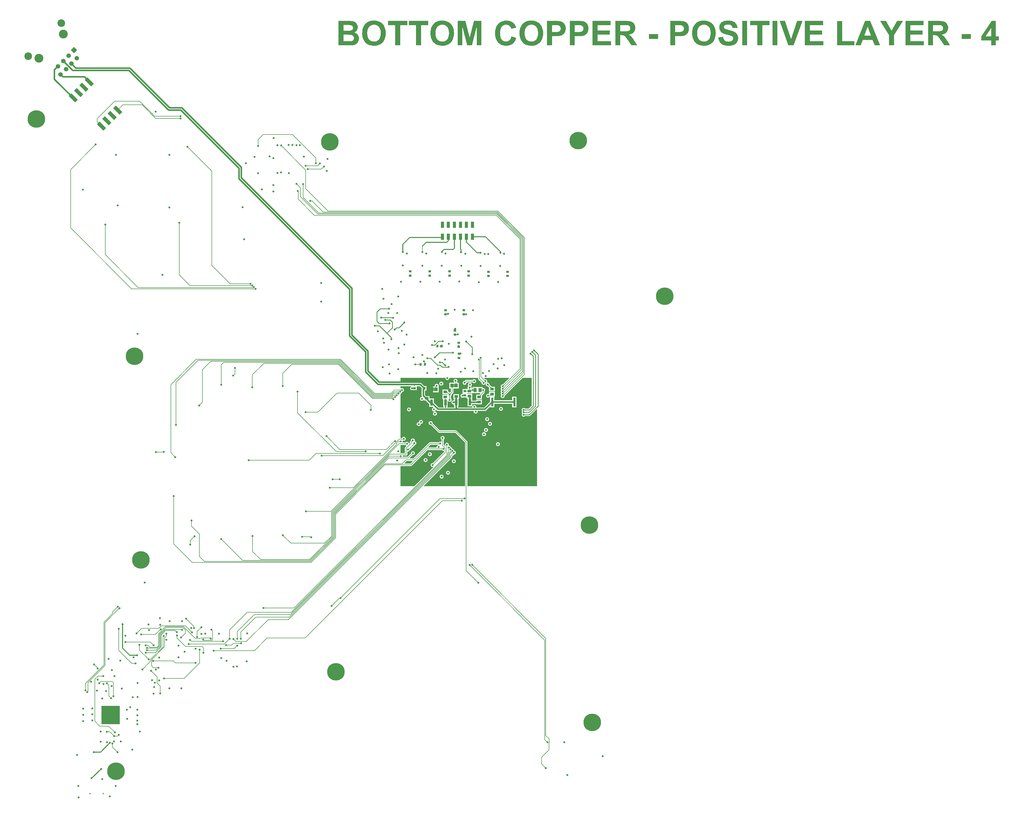
<source format=gbl>
%FSLAX23Y23*%
%MOIN*%
G70*
G01*
G75*
G04 Layer_Physical_Order=4*
G04 Layer_Color=16711680*
%ADD10C,0.450*%
%ADD11R,0.031X0.033*%
%ADD12R,0.217X0.059*%
%ADD13R,0.033X0.031*%
%ADD14R,0.043X0.105*%
%ADD15R,0.043X0.059*%
%ADD16R,0.105X0.043*%
G04:AMPARAMS|DCode=17|XSize=33mil|YSize=31mil|CornerRadius=0mil|HoleSize=0mil|Usage=FLASHONLY|Rotation=292.500|XOffset=0mil|YOffset=0mil|HoleType=Round|Shape=Rectangle|*
%AMROTATEDRECTD17*
4,1,4,-0.021,0.009,0.008,0.021,0.021,-0.009,-0.008,-0.021,-0.021,0.009,0.0*
%
%ADD17ROTATEDRECTD17*%

G04:AMPARAMS|DCode=18|XSize=33mil|YSize=31mil|CornerRadius=0mil|HoleSize=0mil|Usage=FLASHONLY|Rotation=337.500|XOffset=0mil|YOffset=0mil|HoleType=Round|Shape=Rectangle|*
%AMROTATEDRECTD18*
4,1,4,-0.021,-0.008,-0.009,0.021,0.021,0.008,0.009,-0.021,-0.021,-0.008,0.0*
%
%ADD18ROTATEDRECTD18*%

G04:AMPARAMS|DCode=19|XSize=33mil|YSize=31mil|CornerRadius=0mil|HoleSize=0mil|Usage=FLASHONLY|Rotation=22.500|XOffset=0mil|YOffset=0mil|HoleType=Round|Shape=Rectangle|*
%AMROTATEDRECTD19*
4,1,4,-0.009,-0.021,-0.021,0.008,0.009,0.021,0.021,-0.008,-0.009,-0.021,0.0*
%
%ADD19ROTATEDRECTD19*%

G04:AMPARAMS|DCode=20|XSize=33mil|YSize=31mil|CornerRadius=0mil|HoleSize=0mil|Usage=FLASHONLY|Rotation=67.500|XOffset=0mil|YOffset=0mil|HoleType=Round|Shape=Rectangle|*
%AMROTATEDRECTD20*
4,1,4,0.008,-0.021,-0.021,-0.009,-0.008,0.021,0.021,0.009,0.008,-0.021,0.0*
%
%ADD20ROTATEDRECTD20*%

G04:AMPARAMS|DCode=21|XSize=59mil|YSize=43mil|CornerRadius=0mil|HoleSize=0mil|Usage=FLASHONLY|Rotation=112.500|XOffset=0mil|YOffset=0mil|HoleType=Round|Shape=Rectangle|*
%AMROTATEDRECTD21*
4,1,4,0.031,-0.019,-0.009,-0.036,-0.031,0.019,0.009,0.036,0.031,-0.019,0.0*
%
%ADD21ROTATEDRECTD21*%

G04:AMPARAMS|DCode=22|XSize=59mil|YSize=43mil|CornerRadius=0mil|HoleSize=0mil|Usage=FLASHONLY|Rotation=157.500|XOffset=0mil|YOffset=0mil|HoleType=Round|Shape=Rectangle|*
%AMROTATEDRECTD22*
4,1,4,0.036,0.009,0.019,-0.031,-0.036,-0.009,-0.019,0.031,0.036,0.009,0.0*
%
%ADD22ROTATEDRECTD22*%

G04:AMPARAMS|DCode=23|XSize=59mil|YSize=43mil|CornerRadius=0mil|HoleSize=0mil|Usage=FLASHONLY|Rotation=202.500|XOffset=0mil|YOffset=0mil|HoleType=Round|Shape=Rectangle|*
%AMROTATEDRECTD23*
4,1,4,0.019,0.031,0.036,-0.009,-0.019,-0.031,-0.036,0.009,0.019,0.031,0.0*
%
%ADD23ROTATEDRECTD23*%

G04:AMPARAMS|DCode=24|XSize=59mil|YSize=43mil|CornerRadius=0mil|HoleSize=0mil|Usage=FLASHONLY|Rotation=247.500|XOffset=0mil|YOffset=0mil|HoleType=Round|Shape=Rectangle|*
%AMROTATEDRECTD24*
4,1,4,-0.009,0.036,0.031,0.019,0.009,-0.036,-0.031,-0.019,-0.009,0.036,0.0*
%
%ADD24ROTATEDRECTD24*%

G04:AMPARAMS|DCode=25|XSize=33mil|YSize=31mil|CornerRadius=0mil|HoleSize=0mil|Usage=FLASHONLY|Rotation=292.850|XOffset=0mil|YOffset=0mil|HoleType=Round|Shape=Rectangle|*
%AMROTATEDRECTD25*
4,1,4,-0.021,0.009,0.008,0.022,0.021,-0.009,-0.008,-0.022,-0.021,0.009,0.0*
%
%ADD25ROTATEDRECTD25*%

G04:AMPARAMS|DCode=26|XSize=33mil|YSize=31mil|CornerRadius=0mil|HoleSize=0mil|Usage=FLASHONLY|Rotation=315.000|XOffset=0mil|YOffset=0mil|HoleType=Round|Shape=Rectangle|*
%AMROTATEDRECTD26*
4,1,4,-0.023,0.001,-0.001,0.023,0.023,-0.001,0.001,-0.023,-0.023,0.001,0.0*
%
%ADD26ROTATEDRECTD26*%

G04:AMPARAMS|DCode=27|XSize=33mil|YSize=31mil|CornerRadius=0mil|HoleSize=0mil|Usage=FLASHONLY|Rotation=45.000|XOffset=0mil|YOffset=0mil|HoleType=Round|Shape=Rectangle|*
%AMROTATEDRECTD27*
4,1,4,-0.001,-0.023,-0.023,-0.001,0.001,0.023,0.023,0.001,-0.001,-0.023,0.0*
%
%ADD27ROTATEDRECTD27*%

G04:AMPARAMS|DCode=28|XSize=59mil|YSize=43mil|CornerRadius=0mil|HoleSize=0mil|Usage=FLASHONLY|Rotation=135.000|XOffset=0mil|YOffset=0mil|HoleType=Round|Shape=Rectangle|*
%AMROTATEDRECTD28*
4,1,4,0.036,-0.006,0.006,-0.036,-0.036,0.006,-0.006,0.036,0.036,-0.006,0.0*
%
%ADD28ROTATEDRECTD28*%

%ADD29R,0.059X0.043*%
G04:AMPARAMS|DCode=30|XSize=59mil|YSize=43mil|CornerRadius=0mil|HoleSize=0mil|Usage=FLASHONLY|Rotation=225.000|XOffset=0mil|YOffset=0mil|HoleType=Round|Shape=Rectangle|*
%AMROTATEDRECTD30*
4,1,4,0.006,0.036,0.036,0.006,-0.006,-0.036,-0.036,-0.006,0.006,0.036,0.0*
%
%ADD30ROTATEDRECTD30*%

G04:AMPARAMS|DCode=31|XSize=10mil|YSize=59mil|CornerRadius=0mil|HoleSize=0mil|Usage=FLASHONLY|Rotation=225.000|XOffset=0mil|YOffset=0mil|HoleType=Round|Shape=Rectangle|*
%AMROTATEDRECTD31*
4,1,4,-0.017,0.024,0.024,-0.017,0.017,-0.024,-0.024,0.017,-0.017,0.024,0.0*
%
%ADD31ROTATEDRECTD31*%

G04:AMPARAMS|DCode=32|XSize=10mil|YSize=59mil|CornerRadius=0mil|HoleSize=0mil|Usage=FLASHONLY|Rotation=315.000|XOffset=0mil|YOffset=0mil|HoleType=Round|Shape=Rectangle|*
%AMROTATEDRECTD32*
4,1,4,-0.024,-0.017,0.017,0.024,0.024,0.017,-0.017,-0.024,-0.024,-0.017,0.0*
%
%ADD32ROTATEDRECTD32*%

%ADD33R,0.026X0.014*%
%ADD34R,0.049X0.014*%
%ADD35R,0.033X0.024*%
%ADD36R,0.047X0.024*%
G04:AMPARAMS|DCode=37|XSize=24mil|YSize=33mil|CornerRadius=0mil|HoleSize=0mil|Usage=FLASHONLY|Rotation=225.000|XOffset=0mil|YOffset=0mil|HoleType=Round|Shape=Rectangle|*
%AMROTATEDRECTD37*
4,1,4,-0.003,0.020,0.020,-0.003,0.003,-0.020,-0.020,0.003,-0.003,0.020,0.0*
%
%ADD37ROTATEDRECTD37*%

%ADD38R,0.035X0.012*%
%ADD39C,0.039*%
%ADD40R,0.055X0.043*%
%ADD41R,0.024X0.033*%
%ADD42R,0.043X0.055*%
%ADD43R,0.024X0.081*%
%ADD44R,0.069X0.039*%
%ADD45R,0.035X0.049*%
%ADD46R,0.020X0.093*%
%ADD47R,0.079X0.098*%
%ADD48R,0.029X0.110*%
%ADD49R,0.024X0.079*%
%ADD50R,0.094X0.079*%
%ADD51R,0.110X0.050*%
%ADD52R,0.051X0.022*%
%ADD53R,0.022X0.051*%
%ADD54R,0.024X0.089*%
%ADD55R,0.033X0.010*%
%ADD56R,0.010X0.033*%
%ADD57R,0.240X0.240*%
%ADD58R,0.150X0.050*%
%ADD59C,0.008*%
%ADD60C,0.007*%
%ADD61C,0.010*%
%ADD62C,0.006*%
%ADD63C,0.012*%
%ADD64C,0.020*%
%ADD65C,0.059*%
%ADD66P,0.084X4X90.0*%
%ADD67C,0.100*%
%ADD68C,0.116*%
%ADD69C,0.030*%
%ADD70C,0.230*%
%ADD71C,0.018*%
%ADD72C,0.026*%
%ADD73C,0.050*%
%ADD74C,0.087*%
%ADD75C,0.040*%
%ADD76C,0.075*%
%ADD77C,0.105*%
%ADD78C,0.168*%
%ADD79C,0.060*%
%ADD80C,0.162*%
%ADD81C,0.087*%
%ADD82C,0.099*%
%ADD83C,0.078*%
G04:AMPARAMS|DCode=84|XSize=72mil|YSize=72mil|CornerRadius=0mil|HoleSize=0mil|Usage=FLASHONLY|Rotation=0.000|XOffset=0mil|YOffset=0mil|HoleType=Round|Shape=Relief|Width=10mil|Gap=10mil|Entries=4|*
%AMTHD84*
7,0,0,0.072,0.052,0.010,45*
%
%ADD84THD84*%
%ADD85C,0.052*%
G04:AMPARAMS|DCode=86|XSize=88mil|YSize=88mil|CornerRadius=0mil|HoleSize=0mil|Usage=FLASHONLY|Rotation=0.000|XOffset=0mil|YOffset=0mil|HoleType=Round|Shape=Relief|Width=10mil|Gap=10mil|Entries=4|*
%AMTHD86*
7,0,0,0.088,0.068,0.010,45*
%
%ADD86THD86*%
G04:AMPARAMS|DCode=87|XSize=119.055mil|YSize=119.055mil|CornerRadius=0mil|HoleSize=0mil|Usage=FLASHONLY|Rotation=0.000|XOffset=0mil|YOffset=0mil|HoleType=Round|Shape=Relief|Width=10mil|Gap=10mil|Entries=4|*
%AMTHD87*
7,0,0,0.119,0.099,0.010,45*
%
%ADD87THD87*%
%ADD88R,0.049X0.035*%
%ADD89R,0.050X0.050*%
%ADD90R,0.035X0.083*%
%ADD91R,0.130X0.083*%
%ADD92R,0.031X0.118*%
%ADD93R,0.038X0.035*%
%ADD94R,0.038X0.026*%
%ADD95R,0.039X0.079*%
G04:AMPARAMS|DCode=96|XSize=120mil|YSize=50mil|CornerRadius=0mil|HoleSize=0mil|Usage=FLASHONLY|Rotation=135.000|XOffset=0mil|YOffset=0mil|HoleType=Round|Shape=Rectangle|*
%AMROTATEDRECTD96*
4,1,4,0.060,-0.025,0.025,-0.060,-0.060,0.025,-0.025,0.060,0.060,-0.025,0.0*
%
%ADD96ROTATEDRECTD96*%

G36*
X7687Y2106D02*
X7692Y2105D01*
X7698Y2105D01*
X7704Y2104D01*
X7711Y2103D01*
X7725Y2100D01*
X7733Y2097D01*
X7740Y2095D01*
X7748Y2092D01*
X7755Y2088D01*
X7762Y2084D01*
X7768Y2080D01*
X7768Y2079D01*
X7769Y2078D01*
X7770Y2077D01*
X7773Y2075D01*
X7775Y2072D01*
X7777Y2069D01*
X7780Y2065D01*
X7783Y2061D01*
X7786Y2056D01*
X7789Y2051D01*
X7791Y2045D01*
X7794Y2039D01*
X7796Y2032D01*
X7798Y2025D01*
X7799Y2017D01*
X7800Y2009D01*
X7735Y2007D01*
Y2007D01*
Y2008D01*
X7735Y2009D01*
X7734Y2011D01*
X7733Y2015D01*
X7731Y2020D01*
X7729Y2026D01*
X7726Y2032D01*
X7722Y2037D01*
X7717Y2042D01*
X7716Y2042D01*
X7715Y2044D01*
X7711Y2045D01*
X7707Y2047D01*
X7701Y2050D01*
X7694Y2051D01*
X7686Y2052D01*
X7676Y2053D01*
X7672D01*
X7669Y2052D01*
X7667D01*
X7660Y2052D01*
X7653Y2050D01*
X7646Y2048D01*
X7638Y2045D01*
X7632Y2041D01*
X7632Y2041D01*
X7630Y2040D01*
X7629Y2038D01*
X7627Y2036D01*
X7625Y2033D01*
X7624Y2030D01*
X7623Y2026D01*
X7622Y2021D01*
Y2021D01*
Y2020D01*
X7623Y2017D01*
X7623Y2015D01*
X7625Y2012D01*
X7626Y2008D01*
X7628Y2005D01*
X7632Y2002D01*
X7632Y2001D01*
X7633Y2001D01*
X7634Y2000D01*
X7636Y1999D01*
X7638Y1998D01*
X7640Y1997D01*
X7644Y1995D01*
X7647Y1994D01*
X7651Y1992D01*
X7656Y1990D01*
X7662Y1988D01*
X7668Y1987D01*
X7675Y1985D01*
X7683Y1982D01*
X7691Y1980D01*
X7691D01*
X7693Y1980D01*
X7695Y1979D01*
X7699Y1978D01*
X7703Y1977D01*
X7707Y1976D01*
X7712Y1975D01*
X7717Y1973D01*
X7728Y1970D01*
X7740Y1966D01*
X7751Y1962D01*
X7756Y1959D01*
X7760Y1957D01*
X7761D01*
X7761Y1957D01*
X7763Y1956D01*
X7764Y1955D01*
X7768Y1952D01*
X7773Y1948D01*
X7779Y1944D01*
X7785Y1938D01*
X7790Y1932D01*
X7796Y1924D01*
Y1924D01*
X7796Y1923D01*
X7797Y1922D01*
X7798Y1920D01*
X7799Y1918D01*
X7800Y1916D01*
X7802Y1910D01*
X7805Y1903D01*
X7807Y1894D01*
X7808Y1884D01*
X7809Y1873D01*
Y1873D01*
Y1872D01*
Y1870D01*
X7808Y1869D01*
Y1866D01*
X7808Y1863D01*
X7807Y1856D01*
X7805Y1848D01*
X7802Y1840D01*
X7798Y1830D01*
X7793Y1821D01*
Y1821D01*
X7792Y1820D01*
X7792Y1819D01*
X7790Y1817D01*
X7787Y1813D01*
X7782Y1808D01*
X7776Y1802D01*
X7769Y1796D01*
X7760Y1791D01*
X7750Y1786D01*
X7750D01*
X7749Y1785D01*
X7747Y1785D01*
X7745Y1784D01*
X7742Y1783D01*
X7739Y1782D01*
X7735Y1781D01*
X7731Y1780D01*
X7726Y1779D01*
X7721Y1778D01*
X7715Y1777D01*
X7709Y1776D01*
X7695Y1775D01*
X7680Y1774D01*
X7675D01*
X7670Y1775D01*
X7665Y1775D01*
X7660Y1776D01*
X7653Y1777D01*
X7646Y1778D01*
X7631Y1781D01*
X7623Y1783D01*
X7615Y1786D01*
X7608Y1789D01*
X7600Y1793D01*
X7593Y1797D01*
X7587Y1802D01*
X7587Y1802D01*
X7586Y1803D01*
X7584Y1805D01*
X7582Y1807D01*
X7579Y1810D01*
X7577Y1814D01*
X7573Y1818D01*
X7570Y1823D01*
X7567Y1828D01*
X7563Y1834D01*
X7560Y1841D01*
X7557Y1848D01*
X7554Y1856D01*
X7552Y1865D01*
X7550Y1874D01*
X7548Y1884D01*
X7611Y1890D01*
Y1890D01*
X7612Y1889D01*
X7612Y1887D01*
X7613Y1885D01*
X7613Y1882D01*
X7614Y1879D01*
X7616Y1872D01*
X7619Y1865D01*
X7623Y1857D01*
X7628Y1850D01*
X7634Y1843D01*
X7635Y1843D01*
X7638Y1841D01*
X7641Y1839D01*
X7647Y1836D01*
X7653Y1833D01*
X7661Y1831D01*
X7670Y1830D01*
X7681Y1829D01*
X7684D01*
X7686Y1829D01*
X7689D01*
X7692Y1830D01*
X7698Y1830D01*
X7706Y1832D01*
X7714Y1834D01*
X7721Y1837D01*
X7728Y1842D01*
X7729Y1842D01*
X7730Y1844D01*
X7733Y1847D01*
X7736Y1850D01*
X7739Y1855D01*
X7742Y1860D01*
X7743Y1866D01*
X7744Y1872D01*
Y1873D01*
Y1875D01*
X7744Y1877D01*
X7743Y1879D01*
X7743Y1882D01*
X7741Y1886D01*
X7740Y1889D01*
X7738Y1892D01*
X7737Y1892D01*
X7736Y1893D01*
X7735Y1895D01*
X7732Y1897D01*
X7729Y1899D01*
X7725Y1901D01*
X7720Y1904D01*
X7714Y1906D01*
X7714Y1906D01*
X7712Y1907D01*
X7710Y1907D01*
X7708Y1907D01*
X7706Y1908D01*
X7703Y1909D01*
X7700Y1910D01*
X7697Y1911D01*
X7693Y1912D01*
X7688Y1914D01*
X7682Y1915D01*
X7676Y1917D01*
X7670Y1918D01*
X7663Y1920D01*
X7662D01*
X7660Y1920D01*
X7658Y1921D01*
X7654Y1922D01*
X7650Y1924D01*
X7645Y1925D01*
X7640Y1927D01*
X7634Y1929D01*
X7622Y1933D01*
X7610Y1939D01*
X7604Y1942D01*
X7599Y1945D01*
X7594Y1948D01*
X7590Y1952D01*
X7589Y1952D01*
X7588Y1953D01*
X7587Y1955D01*
X7585Y1956D01*
X7583Y1959D01*
X7580Y1962D01*
X7578Y1966D01*
X7575Y1970D01*
X7573Y1974D01*
X7570Y1979D01*
X7565Y1990D01*
X7563Y1996D01*
X7562Y2003D01*
X7561Y2010D01*
X7560Y2017D01*
Y2017D01*
Y2018D01*
Y2019D01*
X7561Y2021D01*
X7561Y2025D01*
X7562Y2031D01*
X7564Y2038D01*
X7566Y2046D01*
X7570Y2054D01*
X7574Y2062D01*
Y2062D01*
X7575Y2063D01*
X7577Y2066D01*
X7580Y2070D01*
X7584Y2074D01*
X7590Y2080D01*
X7597Y2085D01*
X7605Y2090D01*
X7614Y2095D01*
X7614D01*
X7615Y2095D01*
X7616Y2096D01*
X7618Y2097D01*
X7621Y2097D01*
X7624Y2099D01*
X7628Y2100D01*
X7632Y2101D01*
X7636Y2102D01*
X7641Y2102D01*
X7651Y2105D01*
X7663Y2106D01*
X7677Y2106D01*
X7683D01*
X7687Y2106D01*
D02*
G37*
G36*
X9172Y1834D02*
X9333D01*
Y1780D01*
X9107D01*
Y2098D01*
X9172D01*
Y1834D01*
D02*
G37*
G36*
X9851Y1914D02*
Y1780D01*
X9786D01*
Y1915D01*
X9669Y2100D01*
X9745D01*
X9820Y1973D01*
X9893Y2100D01*
X9968D01*
X9851Y1914D01*
D02*
G37*
G36*
X4776Y2106D02*
X4780D01*
X4785Y2105D01*
X4791Y2105D01*
X4798Y2103D01*
X4805Y2102D01*
X4812Y2100D01*
X4820Y2098D01*
X4828Y2095D01*
X4836Y2092D01*
X4844Y2087D01*
X4852Y2083D01*
X4859Y2077D01*
X4866Y2071D01*
X4867Y2071D01*
X4867Y2070D01*
X4868Y2069D01*
X4870Y2067D01*
X4872Y2065D01*
X4874Y2063D01*
X4876Y2060D01*
X4878Y2056D01*
X4881Y2052D01*
X4884Y2048D01*
X4887Y2043D01*
X4889Y2038D01*
X4892Y2032D01*
X4895Y2026D01*
X4897Y2020D01*
X4899Y2012D01*
X4835Y1997D01*
Y1997D01*
X4835Y1998D01*
X4834Y2000D01*
X4834Y2001D01*
X4832Y2006D01*
X4830Y2011D01*
X4827Y2017D01*
X4823Y2024D01*
X4817Y2030D01*
X4811Y2036D01*
X4810Y2037D01*
X4808Y2039D01*
X4804Y2041D01*
X4799Y2044D01*
X4793Y2046D01*
X4785Y2049D01*
X4776Y2050D01*
X4767Y2051D01*
X4764D01*
X4761Y2050D01*
X4758Y2050D01*
X4755Y2050D01*
X4747Y2047D01*
X4738Y2045D01*
X4733Y2042D01*
X4728Y2040D01*
X4723Y2037D01*
X4718Y2033D01*
X4714Y2030D01*
X4710Y2025D01*
X4709Y2025D01*
X4709Y2024D01*
X4708Y2022D01*
X4706Y2020D01*
X4705Y2017D01*
X4703Y2014D01*
X4700Y2010D01*
X4699Y2005D01*
X4697Y2000D01*
X4695Y1994D01*
X4693Y1987D01*
X4691Y1979D01*
X4690Y1971D01*
X4688Y1962D01*
X4688Y1952D01*
X4688Y1942D01*
Y1941D01*
Y1940D01*
Y1936D01*
X4688Y1932D01*
X4688Y1927D01*
X4689Y1922D01*
X4689Y1915D01*
X4690Y1908D01*
X4693Y1894D01*
X4697Y1880D01*
X4699Y1873D01*
X4702Y1867D01*
X4705Y1861D01*
X4709Y1855D01*
X4710Y1855D01*
X4710Y1854D01*
X4711Y1853D01*
X4713Y1852D01*
X4715Y1850D01*
X4718Y1847D01*
X4721Y1845D01*
X4725Y1843D01*
X4733Y1838D01*
X4742Y1834D01*
X4748Y1832D01*
X4753Y1831D01*
X4760Y1830D01*
X4766Y1830D01*
X4768D01*
X4770Y1830D01*
X4775Y1831D01*
X4781Y1832D01*
X4788Y1834D01*
X4795Y1837D01*
X4803Y1841D01*
X4810Y1846D01*
X4810Y1847D01*
X4811Y1847D01*
X4813Y1850D01*
X4816Y1853D01*
X4820Y1859D01*
X4823Y1862D01*
X4825Y1866D01*
X4827Y1870D01*
X4829Y1875D01*
X4832Y1880D01*
X4833Y1886D01*
X4835Y1892D01*
X4837Y1898D01*
X4900Y1879D01*
Y1878D01*
X4899Y1876D01*
X4898Y1874D01*
X4897Y1870D01*
X4895Y1866D01*
X4894Y1861D01*
X4891Y1855D01*
X4888Y1849D01*
X4882Y1836D01*
X4878Y1830D01*
X4873Y1823D01*
X4869Y1817D01*
X4863Y1811D01*
X4858Y1805D01*
X4852Y1800D01*
X4851Y1800D01*
X4850Y1799D01*
X4848Y1797D01*
X4846Y1796D01*
X4843Y1794D01*
X4838Y1792D01*
X4834Y1790D01*
X4829Y1787D01*
X4823Y1785D01*
X4816Y1783D01*
X4809Y1780D01*
X4802Y1779D01*
X4794Y1777D01*
X4785Y1776D01*
X4776Y1775D01*
X4767Y1775D01*
X4764D01*
X4760Y1775D01*
X4756Y1775D01*
X4751Y1776D01*
X4744Y1777D01*
X4738Y1778D01*
X4730Y1780D01*
X4722Y1783D01*
X4713Y1785D01*
X4704Y1789D01*
X4695Y1793D01*
X4687Y1798D01*
X4678Y1804D01*
X4670Y1810D01*
X4662Y1818D01*
X4661Y1818D01*
X4660Y1820D01*
X4658Y1822D01*
X4655Y1826D01*
X4652Y1830D01*
X4649Y1836D01*
X4645Y1842D01*
X4641Y1849D01*
X4638Y1857D01*
X4634Y1866D01*
X4631Y1876D01*
X4627Y1887D01*
X4625Y1898D01*
X4623Y1910D01*
X4621Y1924D01*
X4621Y1937D01*
Y1938D01*
Y1938D01*
Y1940D01*
Y1941D01*
X4621Y1945D01*
X4622Y1951D01*
X4622Y1957D01*
X4623Y1965D01*
X4624Y1974D01*
X4626Y1983D01*
X4628Y1993D01*
X4631Y2003D01*
X4634Y2013D01*
X4638Y2024D01*
X4643Y2034D01*
X4648Y2044D01*
X4655Y2053D01*
X4662Y2062D01*
X4663Y2062D01*
X4664Y2064D01*
X4666Y2066D01*
X4670Y2069D01*
X4674Y2072D01*
X4679Y2076D01*
X4685Y2080D01*
X4691Y2084D01*
X4698Y2088D01*
X4707Y2092D01*
X4715Y2096D01*
X4725Y2099D01*
X4735Y2102D01*
X4747Y2104D01*
X4758Y2106D01*
X4770Y2106D01*
X4773D01*
X4776Y2106D01*
D02*
G37*
G36*
X8323Y1780D02*
X8259D01*
Y2100D01*
X8323D01*
Y1780D01*
D02*
G37*
G36*
X3929Y-3527D02*
X3937Y-3533D01*
X3947Y-3534D01*
X3950Y-3534D01*
X3954Y-3537D01*
Y-3549D01*
X3807Y-3696D01*
X3804Y-3696D01*
X3794Y-3697D01*
X3786Y-3703D01*
X3780Y-3711D01*
X3779Y-3721D01*
X3780Y-3731D01*
X3786Y-3739D01*
X3794Y-3745D01*
X3804Y-3746D01*
X3811Y-3745D01*
X3813Y-3750D01*
X3565Y-3998D01*
X3384D01*
Y-3734D01*
X3520D01*
X3526Y-3733D01*
X3531Y-3729D01*
X3531Y-3729D01*
X3531Y-3729D01*
X3736Y-3525D01*
X3927D01*
X3929Y-3527D01*
D02*
G37*
G36*
X8921Y2046D02*
X8748D01*
Y1975D01*
X8909D01*
Y1921D01*
X8748D01*
Y1834D01*
X8927D01*
Y1780D01*
X8684D01*
Y2100D01*
X8921D01*
Y2046D01*
D02*
G37*
G36*
X3543Y-3672D02*
X3513Y-3702D01*
X3434D01*
X3432Y-3698D01*
X3462Y-3668D01*
X3541D01*
X3543Y-3672D01*
D02*
G37*
G36*
X10860Y1865D02*
X10739D01*
Y1927D01*
X10860D01*
Y1865D01*
D02*
G37*
G36*
X4443Y1780D02*
X4383D01*
X4383Y2032D01*
X4320Y1780D01*
X4257D01*
X4194Y2032D01*
Y1780D01*
X4134D01*
Y2100D01*
X4231D01*
X4289Y1882D01*
X4346Y2100D01*
X4443D01*
Y1780D01*
D02*
G37*
G36*
X8536D02*
X8467D01*
X8352Y2100D01*
X8422D01*
X8503Y1863D01*
X8582Y2100D01*
X8651D01*
X8536Y1780D01*
D02*
G37*
G36*
X6759Y1865D02*
X6638D01*
Y1927D01*
X6759D01*
Y1865D01*
D02*
G37*
G36*
X10238Y2046D02*
X10065D01*
Y1975D01*
X10226D01*
Y1921D01*
X10065D01*
Y1834D01*
X10244D01*
Y1780D01*
X10001D01*
Y2100D01*
X10238D01*
Y2046D01*
D02*
G37*
G36*
X9668Y1780D02*
X9598D01*
X9569Y1853D01*
X9441D01*
X9415Y1780D01*
X9346D01*
X9471Y2100D01*
X9540D01*
X9668Y1780D01*
D02*
G37*
G36*
X11186Y1898D02*
X11225D01*
Y1845D01*
X11186D01*
Y1780D01*
X11126D01*
Y1845D01*
X10995D01*
Y1898D01*
X11134Y2102D01*
X11186D01*
Y1898D01*
D02*
G37*
G36*
X10447Y2100D02*
X10452D01*
X10458Y2100D01*
X10464Y2099D01*
X10476Y2098D01*
X10488Y2097D01*
X10494Y2096D01*
X10500Y2095D01*
X10505Y2093D01*
X10510Y2092D01*
X10510D01*
X10511Y2091D01*
X10512Y2091D01*
X10513Y2090D01*
X10518Y2088D01*
X10523Y2085D01*
X10529Y2080D01*
X10535Y2075D01*
X10541Y2068D01*
X10547Y2061D01*
Y2060D01*
X10547Y2060D01*
X10548Y2059D01*
X10549Y2057D01*
X10550Y2055D01*
X10552Y2052D01*
X10554Y2046D01*
X10557Y2039D01*
X10559Y2030D01*
X10561Y2021D01*
X10561Y2010D01*
Y2010D01*
Y2009D01*
Y2007D01*
X10561Y2005D01*
X10560Y2001D01*
X10560Y1998D01*
X10560Y1994D01*
X10559Y1990D01*
X10556Y1980D01*
X10552Y1970D01*
X10550Y1965D01*
X10547Y1960D01*
X10544Y1955D01*
X10540Y1951D01*
X10540Y1950D01*
X10539Y1950D01*
X10538Y1949D01*
X10536Y1947D01*
X10534Y1945D01*
X10531Y1943D01*
X10528Y1941D01*
X10524Y1938D01*
X10520Y1936D01*
X10515Y1933D01*
X10510Y1931D01*
X10504Y1928D01*
X10498Y1926D01*
X10491Y1924D01*
X10484Y1922D01*
X10476Y1921D01*
X10477D01*
X10477Y1921D01*
X10480Y1919D01*
X10484Y1917D01*
X10489Y1913D01*
X10494Y1909D01*
X10500Y1905D01*
X10505Y1900D01*
X10511Y1894D01*
X10512Y1893D01*
X10513Y1891D01*
X10516Y1887D01*
X10518Y1885D01*
X10521Y1882D01*
X10523Y1879D01*
X10526Y1875D01*
X10529Y1871D01*
X10532Y1866D01*
X10536Y1861D01*
X10540Y1855D01*
X10544Y1849D01*
X10548Y1842D01*
X10587Y1780D01*
X10510D01*
X10463Y1850D01*
X10462Y1850D01*
X10462Y1851D01*
X10460Y1853D01*
X10459Y1855D01*
X10457Y1859D01*
X10455Y1862D01*
X10449Y1870D01*
X10444Y1877D01*
X10438Y1885D01*
X10435Y1889D01*
X10433Y1892D01*
X10431Y1895D01*
X10429Y1897D01*
X10428Y1897D01*
X10427Y1898D01*
X10425Y1900D01*
X10423Y1902D01*
X10420Y1904D01*
X10417Y1906D01*
X10413Y1908D01*
X10409Y1910D01*
X10409D01*
X10407Y1910D01*
X10405Y1911D01*
X10401Y1912D01*
X10397Y1912D01*
X10391Y1913D01*
X10385Y1914D01*
X10364D01*
Y1780D01*
X10299D01*
Y2100D01*
X10443D01*
X10447Y2100D01*
D02*
G37*
G36*
X8219Y2046D02*
X8125D01*
Y1780D01*
X8060D01*
Y2046D01*
X7965D01*
Y2100D01*
X8219D01*
Y2046D01*
D02*
G37*
G36*
X2719Y2100D02*
X2728Y2100D01*
X2738Y2099D01*
X2747Y2098D01*
X2751Y2097D01*
X2755Y2097D01*
X2755D01*
X2758Y2096D01*
X2761Y2095D01*
X2766Y2094D01*
X2771Y2092D01*
X2777Y2090D01*
X2782Y2087D01*
X2788Y2084D01*
X2789Y2083D01*
X2790Y2082D01*
X2793Y2080D01*
X2797Y2077D01*
X2800Y2073D01*
X2805Y2068D01*
X2809Y2063D01*
X2812Y2057D01*
X2813Y2056D01*
X2814Y2054D01*
X2816Y2051D01*
X2817Y2046D01*
X2819Y2040D01*
X2821Y2034D01*
X2822Y2027D01*
X2822Y2020D01*
Y2019D01*
Y2019D01*
Y2017D01*
Y2016D01*
X2822Y2012D01*
X2821Y2006D01*
X2820Y2000D01*
X2817Y1992D01*
X2815Y1985D01*
X2810Y1978D01*
X2810Y1977D01*
X2808Y1975D01*
X2805Y1972D01*
X2802Y1968D01*
X2797Y1963D01*
X2791Y1958D01*
X2785Y1954D01*
X2777Y1950D01*
X2778D01*
X2779Y1950D01*
X2780Y1949D01*
X2782Y1948D01*
X2785Y1947D01*
X2787Y1946D01*
X2794Y1943D01*
X2801Y1939D01*
X2809Y1934D01*
X2816Y1928D01*
X2822Y1921D01*
Y1920D01*
X2823Y1920D01*
X2824Y1919D01*
X2825Y1917D01*
X2827Y1913D01*
X2830Y1907D01*
X2833Y1900D01*
X2836Y1892D01*
X2837Y1882D01*
X2838Y1872D01*
Y1872D01*
Y1872D01*
Y1870D01*
Y1869D01*
X2838Y1865D01*
X2837Y1859D01*
X2836Y1852D01*
X2834Y1845D01*
X2831Y1838D01*
X2828Y1830D01*
Y1830D01*
X2827Y1829D01*
X2826Y1827D01*
X2824Y1823D01*
X2821Y1818D01*
X2817Y1813D01*
X2812Y1807D01*
X2806Y1802D01*
X2800Y1797D01*
X2799Y1797D01*
X2797Y1795D01*
X2793Y1793D01*
X2788Y1791D01*
X2782Y1788D01*
X2774Y1786D01*
X2766Y1784D01*
X2757Y1782D01*
X2755D01*
X2753Y1782D01*
X2748D01*
X2745Y1781D01*
X2741D01*
X2736Y1781D01*
X2724D01*
X2717Y1780D01*
X2700D01*
X2690Y1780D01*
X2570D01*
Y2100D01*
X2711D01*
X2719Y2100D01*
D02*
G37*
G36*
X7365Y2106D02*
X7370Y2105D01*
X7377Y2105D01*
X7383Y2104D01*
X7391Y2102D01*
X7400Y2101D01*
X7408Y2098D01*
X7418Y2095D01*
X7427Y2092D01*
X7437Y2087D01*
X7446Y2082D01*
X7455Y2077D01*
X7464Y2070D01*
X7472Y2062D01*
X7473Y2062D01*
X7474Y2060D01*
X7476Y2057D01*
X7479Y2054D01*
X7482Y2050D01*
X7485Y2044D01*
X7490Y2037D01*
X7493Y2030D01*
X7498Y2022D01*
X7501Y2013D01*
X7505Y2003D01*
X7508Y1992D01*
X7511Y1980D01*
X7513Y1967D01*
X7514Y1954D01*
X7515Y1940D01*
Y1939D01*
Y1939D01*
Y1936D01*
X7514Y1932D01*
X7514Y1927D01*
X7513Y1920D01*
X7513Y1912D01*
X7511Y1904D01*
X7509Y1895D01*
X7507Y1885D01*
X7504Y1876D01*
X7501Y1865D01*
X7497Y1855D01*
X7492Y1845D01*
X7486Y1836D01*
X7480Y1827D01*
X7472Y1818D01*
X7472Y1817D01*
X7470Y1816D01*
X7468Y1814D01*
X7465Y1811D01*
X7460Y1808D01*
X7455Y1804D01*
X7449Y1800D01*
X7442Y1796D01*
X7435Y1792D01*
X7426Y1788D01*
X7417Y1784D01*
X7407Y1781D01*
X7396Y1778D01*
X7385Y1776D01*
X7373Y1775D01*
X7360Y1774D01*
X7356D01*
X7353Y1775D01*
X7348Y1775D01*
X7342Y1775D01*
X7335Y1777D01*
X7327Y1778D01*
X7319Y1780D01*
X7310Y1782D01*
X7300Y1785D01*
X7291Y1788D01*
X7282Y1792D01*
X7273Y1797D01*
X7263Y1803D01*
X7255Y1810D01*
X7246Y1817D01*
X7246Y1818D01*
X7245Y1820D01*
X7243Y1822D01*
X7240Y1825D01*
X7237Y1830D01*
X7233Y1835D01*
X7229Y1842D01*
X7226Y1849D01*
X7221Y1857D01*
X7218Y1866D01*
X7214Y1876D01*
X7211Y1887D01*
X7208Y1898D01*
X7206Y1911D01*
X7205Y1924D01*
X7204Y1938D01*
Y1938D01*
Y1940D01*
Y1942D01*
X7205Y1946D01*
Y1950D01*
X7205Y1955D01*
X7206Y1961D01*
X7206Y1967D01*
X7208Y1980D01*
X7211Y1993D01*
X7214Y2007D01*
X7219Y2020D01*
Y2021D01*
X7219Y2022D01*
X7220Y2023D01*
X7221Y2025D01*
X7223Y2029D01*
X7227Y2035D01*
X7231Y2042D01*
X7236Y2049D01*
X7242Y2057D01*
X7248Y2064D01*
X7249Y2065D01*
X7249Y2065D01*
X7252Y2067D01*
X7255Y2071D01*
X7260Y2075D01*
X7267Y2080D01*
X7274Y2085D01*
X7281Y2089D01*
X7290Y2093D01*
X7290D01*
X7291Y2094D01*
X7293Y2095D01*
X7295Y2095D01*
X7298Y2096D01*
X7301Y2097D01*
X7305Y2099D01*
X7310Y2100D01*
X7314Y2101D01*
X7320Y2102D01*
X7331Y2104D01*
X7345Y2106D01*
X7359Y2106D01*
X7362D01*
X7365Y2106D01*
D02*
G37*
G36*
X3746Y2046D02*
X3651D01*
Y1780D01*
X3587D01*
Y2046D01*
X3492D01*
Y2100D01*
X3746D01*
Y2046D01*
D02*
G37*
G36*
X3472D02*
X3378D01*
Y1780D01*
X3313D01*
Y2046D01*
X3218D01*
Y2100D01*
X3472D01*
Y2046D01*
D02*
G37*
G36*
X5104Y-2940D02*
X5063Y-2981D01*
X5015D01*
X5015Y-2980D01*
X5007Y-2975D01*
X4997Y-2973D01*
X4987Y-2975D01*
X4979Y-2980D01*
X4973Y-2989D01*
X4972Y-2998D01*
X4973Y-3008D01*
X4978Y-3014D01*
X4973Y-3021D01*
X4972Y-3030D01*
X4973Y-3040D01*
X4978Y-3046D01*
X4973Y-3053D01*
X4972Y-3062D01*
X4973Y-3072D01*
X4979Y-3080D01*
X4987Y-3086D01*
X4997Y-3088D01*
X5007Y-3086D01*
X5015Y-3080D01*
X5015Y-3080D01*
X5070D01*
X5077Y-3078D01*
X5082Y-3075D01*
X5166Y-2990D01*
X5171Y-2992D01*
Y-3734D01*
Y-3998D01*
X4260D01*
Y-3418D01*
X4259Y-3412D01*
X4255Y-3407D01*
X4119Y-3271D01*
X4114Y-3267D01*
X4108Y-3266D01*
X3896D01*
X3803Y-3174D01*
X3803Y-3171D01*
X3802Y-3161D01*
X3796Y-3153D01*
X3788Y-3147D01*
X3778Y-3146D01*
X3768Y-3147D01*
X3760Y-3153D01*
X3754Y-3161D01*
X3753Y-3171D01*
X3754Y-3181D01*
X3760Y-3189D01*
X3768Y-3195D01*
X3778Y-3196D01*
X3781Y-3196D01*
X3878Y-3293D01*
X3878Y-3293D01*
X3878D01*
X3878Y-3293D01*
X3878D01*
X3878Y-3293D01*
Y-3293D01*
Y-3293D01*
D01*
D01*
X3878D01*
Y-3293D01*
X3883Y-3297D01*
X3889Y-3298D01*
X4101D01*
X4228Y-3425D01*
Y-3998D01*
X3689D01*
X3688Y-3993D01*
X4053Y-3628D01*
X4057Y-3623D01*
X4058Y-3617D01*
Y-3607D01*
X4081Y-3584D01*
X4084Y-3584D01*
X4094Y-3582D01*
X4102Y-3577D01*
X4107Y-3569D01*
X4109Y-3559D01*
X4107Y-3549D01*
X4102Y-3541D01*
X4094Y-3535D01*
X4086Y-3534D01*
X4085Y-3526D01*
X4079Y-3518D01*
X4071Y-3513D01*
X4064Y-3511D01*
X4062Y-3504D01*
X4057Y-3496D01*
X4048Y-3490D01*
X4041Y-3489D01*
X4040Y-3481D01*
X4034Y-3473D01*
X4026Y-3467D01*
X4016Y-3466D01*
X4015Y-3459D01*
X4015Y-3455D01*
X4014Y-3445D01*
X4008Y-3437D01*
X4000Y-3431D01*
X3990Y-3430D01*
X3980Y-3431D01*
X3972Y-3437D01*
X3966Y-3445D01*
X3965Y-3455D01*
X3966Y-3465D01*
X3971Y-3472D01*
X3968Y-3475D01*
X3950Y-3458D01*
Y-3385D01*
X3952Y-3383D01*
X3958Y-3375D01*
X3959Y-3365D01*
X3958Y-3355D01*
X3952Y-3347D01*
X3944Y-3341D01*
X3934Y-3340D01*
X3924Y-3341D01*
X3916Y-3347D01*
X3910Y-3355D01*
X3909Y-3365D01*
X3910Y-3375D01*
X3916Y-3383D01*
X3918Y-3385D01*
Y-3414D01*
X3914Y-3416D01*
X3913Y-3415D01*
X3903Y-3414D01*
X3893Y-3415D01*
X3885Y-3421D01*
X3883Y-3423D01*
X3770D01*
X3764Y-3424D01*
X3759Y-3428D01*
X3550Y-3636D01*
X3503D01*
X3501Y-3632D01*
X3542Y-3590D01*
X3545Y-3590D01*
X3555Y-3589D01*
X3563Y-3583D01*
X3569Y-3575D01*
X3570Y-3565D01*
X3569Y-3555D01*
X3563Y-3547D01*
X3555Y-3541D01*
X3545Y-3540D01*
X3535Y-3541D01*
X3527Y-3547D01*
X3521Y-3555D01*
X3520Y-3565D01*
X3520Y-3568D01*
X3475Y-3613D01*
X3414D01*
X3411Y-3609D01*
X3411Y-3606D01*
X3410Y-3600D01*
X3413Y-3596D01*
X3451D01*
X3456Y-3597D01*
X3462Y-3596D01*
X3467Y-3592D01*
X3468Y-3591D01*
X3472Y-3586D01*
X3473Y-3580D01*
X3472Y-3574D01*
X3471Y-3574D01*
Y-3547D01*
X3475Y-3544D01*
X3478Y-3544D01*
X3488Y-3543D01*
X3496Y-3537D01*
X3502Y-3529D01*
X3502Y-3528D01*
X3571Y-3458D01*
X3574Y-3458D01*
X3582Y-3452D01*
X3588Y-3444D01*
X3589Y-3434D01*
X3588Y-3424D01*
X3582Y-3416D01*
X3574Y-3410D01*
X3571Y-3410D01*
X3568Y-3406D01*
X3569Y-3398D01*
X3568Y-3388D01*
X3562Y-3380D01*
X3554Y-3374D01*
X3544Y-3373D01*
X3534Y-3374D01*
X3526Y-3380D01*
X3520Y-3388D01*
X3519Y-3398D01*
X3519Y-3401D01*
X3511Y-3409D01*
X3507Y-3414D01*
X3506Y-3420D01*
Y-3428D01*
X3497Y-3438D01*
X3492Y-3436D01*
X3492Y-3432D01*
X3486Y-3424D01*
X3478Y-3418D01*
X3468Y-3417D01*
X3458Y-3418D01*
X3450Y-3424D01*
X3448Y-3426D01*
X3412D01*
X3409Y-3422D01*
X3410Y-3413D01*
X3409Y-3403D01*
X3409Y-3403D01*
X3410Y-3401D01*
X3415Y-3400D01*
X3416Y-3401D01*
X3426Y-3402D01*
X3436Y-3401D01*
X3444Y-3395D01*
X3450Y-3387D01*
X3451Y-3377D01*
X3450Y-3367D01*
X3444Y-3359D01*
X3436Y-3353D01*
X3426Y-3352D01*
X3416Y-3353D01*
X3408Y-3359D01*
X3402Y-3367D01*
X3384D01*
Y-2785D01*
X3388Y-2784D01*
X3397Y-2779D01*
X3402Y-2770D01*
X3404Y-2763D01*
X3411Y-2761D01*
X3419Y-2756D01*
X3425Y-2748D01*
X3427Y-2738D01*
X3425Y-2728D01*
X3419Y-2720D01*
X3411Y-2714D01*
X3401Y-2712D01*
X3391Y-2714D01*
X3388Y-2716D01*
X3384Y-2714D01*
Y-2687D01*
X3521D01*
X3522Y-2692D01*
X3515Y-2697D01*
X3509Y-2705D01*
X3508Y-2715D01*
X3509Y-2725D01*
X3515Y-2733D01*
X3523Y-2739D01*
X3533Y-2740D01*
X3534Y-2740D01*
X3535Y-2740D01*
Y-2740D01*
X3597D01*
Y-2691D01*
D01*
Y-2691D01*
X3600Y-2687D01*
X3632D01*
X3661Y-2716D01*
Y-2720D01*
X3660Y-2725D01*
Y-2813D01*
X3661Y-2822D01*
X3663Y-2824D01*
X3661Y-2829D01*
X3653Y-2830D01*
X3645Y-2836D01*
X3639Y-2844D01*
X3638Y-2854D01*
X3639Y-2864D01*
X3645Y-2872D01*
X3653Y-2878D01*
X3663Y-2879D01*
X3673Y-2878D01*
X3681Y-2872D01*
X3686Y-2865D01*
X3690Y-2867D01*
Y-2876D01*
X3713D01*
X3757Y-2919D01*
X3760Y-2921D01*
Y-2957D01*
X3810D01*
X3817Y-2964D01*
X3815Y-2968D01*
X3810Y-2969D01*
X3802Y-2975D01*
X3796Y-2983D01*
X3795Y-2993D01*
X3796Y-3003D01*
X3802Y-3011D01*
X3810Y-3017D01*
X3820Y-3018D01*
X3830Y-3017D01*
X3838Y-3011D01*
X3844Y-3003D01*
X3845Y-2998D01*
X3849Y-2996D01*
X3859Y-3006D01*
X3859Y-3006D01*
X3859D01*
X3859Y-3006D01*
X3859D01*
X3859Y-3006D01*
Y-3006D01*
Y-3006D01*
D01*
D01*
X3859D01*
Y-3006D01*
X3866Y-3011D01*
X3875Y-3012D01*
X4340D01*
X4343Y-3016D01*
X4343Y-3021D01*
X4344Y-3031D01*
X4350Y-3039D01*
X4358Y-3045D01*
X4368Y-3046D01*
X4378Y-3045D01*
X4386Y-3039D01*
X4392Y-3031D01*
X4393Y-3021D01*
X4393Y-3016D01*
X4396Y-3012D01*
X4490D01*
X4499Y-3011D01*
X4506Y-3006D01*
X4506Y-3006D01*
X4506Y-3006D01*
X4553Y-2959D01*
X4557Y-2961D01*
Y-2966D01*
X4613D01*
Y-2917D01*
X4847D01*
Y-2966D01*
X4903D01*
Y-2824D01*
X4847D01*
Y-2873D01*
X4613D01*
Y-2824D01*
D01*
Y-2824D01*
X4615Y-2822D01*
X4618D01*
Y-2763D01*
X4544D01*
Y-2786D01*
X4540Y-2789D01*
X4540Y-2788D01*
X4530Y-2787D01*
X4520Y-2788D01*
X4512Y-2794D01*
X4506Y-2802D01*
X4505Y-2812D01*
X4506Y-2822D01*
X4512Y-2830D01*
X4520Y-2836D01*
X4530Y-2837D01*
X4540Y-2836D01*
X4548Y-2830D01*
X4549Y-2828D01*
X4557D01*
Y-2891D01*
X4481Y-2968D01*
X4378D01*
X4375Y-2964D01*
X4375Y-2959D01*
X4374Y-2949D01*
X4368Y-2941D01*
X4360Y-2935D01*
X4350Y-2934D01*
X4340Y-2935D01*
X4332Y-2941D01*
X4328Y-2947D01*
X4323Y-2945D01*
Y-2922D01*
X4375D01*
Y-2924D01*
X4449D01*
Y-2865D01*
X4375D01*
Y-2877D01*
X4323D01*
Y-2846D01*
X4322D01*
Y-2789D01*
X4254D01*
Y-2782D01*
X4322D01*
Y-2779D01*
X4326D01*
Y-2779D01*
X4429D01*
X4431Y-2783D01*
X4417Y-2798D01*
X4375D01*
Y-2857D01*
X4449D01*
Y-2812D01*
X4478Y-2783D01*
X4481Y-2778D01*
X4482Y-2772D01*
X4482Y-2772D01*
X4482Y-2772D01*
Y-2772D01*
Y-2756D01*
X4484Y-2755D01*
X4490Y-2747D01*
X4491Y-2737D01*
X4490Y-2727D01*
X4484Y-2719D01*
X4476Y-2713D01*
X4466Y-2712D01*
X4464Y-2712D01*
X4460Y-2709D01*
Y-2699D01*
X4326D01*
Y-2714D01*
X4325Y-2715D01*
X4316Y-2716D01*
X4314Y-2715D01*
X4312Y-2712D01*
X4313Y-2706D01*
X4312Y-2696D01*
X4309Y-2692D01*
X4310Y-2687D01*
X4310Y-2686D01*
X4316Y-2678D01*
X4318Y-2668D01*
X4316Y-2659D01*
X4310Y-2650D01*
X4302Y-2645D01*
X4292Y-2643D01*
X4283Y-2645D01*
X4274Y-2650D01*
X4269Y-2659D01*
X4267Y-2668D01*
X4269Y-2678D01*
X4272Y-2683D01*
X4271Y-2687D01*
X4270Y-2688D01*
X4264Y-2696D01*
X4263Y-2706D01*
X4264Y-2716D01*
X4266Y-2718D01*
X4264Y-2722D01*
X4248D01*
Y-2725D01*
X4196D01*
Y-2781D01*
Y-2786D01*
X4195Y-2788D01*
X4185Y-2789D01*
X4177Y-2795D01*
X4171Y-2803D01*
X4170Y-2813D01*
X4171Y-2823D01*
X4177Y-2831D01*
X4185Y-2837D01*
X4195Y-2838D01*
X4205Y-2837D01*
X4206Y-2836D01*
X4248D01*
Y-2849D01*
X4264D01*
Y-2953D01*
X4322D01*
X4325Y-2957D01*
X4325Y-2959D01*
X4325Y-2964D01*
X4322Y-2968D01*
X4139D01*
X4135Y-2963D01*
Y-2953D01*
X4142D01*
Y-2851D01*
X4150D01*
Y-2792D01*
X4076D01*
Y-2851D01*
X4083D01*
Y-2871D01*
X4079Y-2874D01*
X4077Y-2874D01*
X4067Y-2876D01*
X4059Y-2881D01*
X4053Y-2890D01*
X4051Y-2899D01*
X4053Y-2909D01*
X4059Y-2917D01*
X4067Y-2923D01*
X4077Y-2925D01*
X4079Y-2924D01*
X4083Y-2928D01*
Y-2953D01*
X4090D01*
Y-2968D01*
X4000D01*
X3997Y-2964D01*
X3998Y-2957D01*
X3999Y-2957D01*
X4000D01*
Y-2881D01*
X4005Y-2879D01*
X4009Y-2885D01*
X4017Y-2891D01*
X4027Y-2892D01*
X4037Y-2891D01*
X4045Y-2885D01*
X4051Y-2877D01*
X4052Y-2867D01*
X4051Y-2857D01*
X4045Y-2849D01*
X4043Y-2848D01*
Y-2817D01*
X4045Y-2816D01*
X4051Y-2808D01*
X4052Y-2798D01*
X4052Y-2796D01*
X4072Y-2777D01*
X4075Y-2771D01*
X4076Y-2765D01*
X4076Y-2765D01*
X4076Y-2765D01*
Y-2765D01*
Y-2717D01*
X4147D01*
Y-2643D01*
X4126D01*
Y-2626D01*
X4127Y-2626D01*
X4128Y-2616D01*
X4127Y-2606D01*
X4121Y-2598D01*
X4113Y-2592D01*
X4103Y-2591D01*
X4093Y-2592D01*
X4085Y-2598D01*
X4079Y-2606D01*
X4078Y-2616D01*
X4079Y-2626D01*
X4085Y-2634D01*
X4091Y-2638D01*
X4090Y-2643D01*
X4023D01*
Y-2717D01*
X4044D01*
Y-2758D01*
X4029Y-2773D01*
X4027Y-2773D01*
X4025Y-2773D01*
X4006Y-2754D01*
Y-2733D01*
X3932D01*
Y-2792D01*
X3998D01*
X4001Y-2796D01*
X3999Y-2800D01*
X3932D01*
Y-2859D01*
X3941D01*
Y-2957D01*
X3947D01*
X3948Y-2957D01*
X3949Y-2964D01*
X3946Y-2968D01*
X3884D01*
X3819Y-2902D01*
Y-2850D01*
X3764D01*
Y-2817D01*
X3717D01*
X3704Y-2804D01*
Y-2745D01*
X3723D01*
Y-2686D01*
X3694D01*
X3657Y-2649D01*
X3650Y-2644D01*
X3641Y-2643D01*
X3567D01*
X3562Y-2642D01*
X3557Y-2643D01*
X3384D01*
Y-2578D01*
X3967D01*
X3971Y-2581D01*
X3971Y-2582D01*
X3972Y-2592D01*
X3978Y-2600D01*
X3986Y-2606D01*
X3996Y-2607D01*
X4006Y-2606D01*
X4014Y-2600D01*
X4020Y-2592D01*
X4021Y-2582D01*
X4021Y-2581D01*
X4025Y-2578D01*
X4399D01*
Y-2589D01*
X4399Y-2589D01*
X4399D01*
X4400Y-2596D01*
X4404Y-2601D01*
X4446Y-2643D01*
X4446Y-2645D01*
X4447Y-2655D01*
X4453Y-2663D01*
X4461Y-2669D01*
X4471Y-2670D01*
X4481Y-2669D01*
X4489Y-2663D01*
X4495Y-2655D01*
X4496Y-2648D01*
X4502Y-2646D01*
X4505Y-2651D01*
X4501Y-2655D01*
X4500Y-2665D01*
X4501Y-2675D01*
X4507Y-2683D01*
X4515Y-2689D01*
X4525Y-2690D01*
X4527Y-2690D01*
X4544Y-2707D01*
Y-2755D01*
X4618D01*
Y-2696D01*
X4579D01*
X4550Y-2667D01*
X4550Y-2665D01*
X4549Y-2655D01*
X4543Y-2647D01*
X4535Y-2641D01*
X4525Y-2640D01*
X4518Y-2641D01*
X4515Y-2637D01*
X4518Y-2632D01*
X4520Y-2622D01*
X4518Y-2613D01*
X4513Y-2604D01*
X4504Y-2599D01*
X4495Y-2597D01*
X4493Y-2597D01*
X4478Y-2582D01*
X4479Y-2578D01*
X4489D01*
X4499Y-2579D01*
X4509Y-2578D01*
X4806D01*
X4807Y-2582D01*
X4725Y-2665D01*
X4722Y-2665D01*
X4712Y-2666D01*
X4704Y-2672D01*
X4698Y-2680D01*
X4697Y-2690D01*
X4698Y-2700D01*
X4703Y-2706D01*
X4698Y-2712D01*
X4697Y-2722D01*
X4698Y-2732D01*
X4703Y-2738D01*
X4698Y-2744D01*
X4697Y-2754D01*
X4698Y-2764D01*
X4703Y-2770D01*
X4698Y-2776D01*
X4697Y-2786D01*
X4698Y-2796D01*
X4703Y-2802D01*
X4698Y-2808D01*
X4697Y-2818D01*
X4698Y-2828D01*
X4704Y-2836D01*
X4712Y-2842D01*
X4722Y-2843D01*
X4732Y-2842D01*
X4740Y-2836D01*
X4746Y-2828D01*
X4747Y-2818D01*
X4747Y-2815D01*
X4985Y-2578D01*
X5104D01*
Y-2940D01*
D02*
G37*
G36*
X3041Y2106D02*
X3046Y2105D01*
X3052Y2105D01*
X3059Y2104D01*
X3067Y2102D01*
X3075Y2101D01*
X3084Y2098D01*
X3093Y2095D01*
X3103Y2092D01*
X3112Y2087D01*
X3122Y2082D01*
X3131Y2077D01*
X3139Y2070D01*
X3148Y2062D01*
X3148Y2062D01*
X3149Y2060D01*
X3152Y2057D01*
X3154Y2054D01*
X3158Y2050D01*
X3161Y2044D01*
X3165Y2037D01*
X3169Y2030D01*
X3173Y2022D01*
X3177Y2013D01*
X3180Y2003D01*
X3184Y1992D01*
X3187Y1980D01*
X3189Y1967D01*
X3190Y1954D01*
X3190Y1940D01*
Y1939D01*
Y1939D01*
Y1936D01*
X3190Y1932D01*
X3189Y1927D01*
X3189Y1920D01*
X3188Y1912D01*
X3187Y1904D01*
X3185Y1895D01*
X3183Y1885D01*
X3180Y1876D01*
X3177Y1865D01*
X3172Y1855D01*
X3167Y1845D01*
X3162Y1836D01*
X3155Y1827D01*
X3148Y1818D01*
X3147Y1817D01*
X3146Y1816D01*
X3144Y1814D01*
X3140Y1811D01*
X3136Y1808D01*
X3131Y1804D01*
X3125Y1800D01*
X3118Y1796D01*
X3110Y1792D01*
X3102Y1788D01*
X3093Y1784D01*
X3083Y1781D01*
X3072Y1778D01*
X3060Y1776D01*
X3048Y1775D01*
X3035Y1774D01*
X3032D01*
X3029Y1775D01*
X3024Y1775D01*
X3017Y1775D01*
X3011Y1777D01*
X3003Y1778D01*
X2995Y1780D01*
X2986Y1782D01*
X2976Y1785D01*
X2967Y1788D01*
X2957Y1792D01*
X2948Y1797D01*
X2939Y1803D01*
X2930Y1810D01*
X2922Y1817D01*
X2922Y1818D01*
X2920Y1820D01*
X2918Y1822D01*
X2915Y1825D01*
X2912Y1830D01*
X2909Y1835D01*
X2905Y1842D01*
X2901Y1849D01*
X2897Y1857D01*
X2893Y1866D01*
X2890Y1876D01*
X2887Y1887D01*
X2884Y1898D01*
X2882Y1911D01*
X2880Y1924D01*
X2880Y1938D01*
Y1938D01*
Y1940D01*
Y1942D01*
X2880Y1946D01*
Y1950D01*
X2881Y1955D01*
X2881Y1961D01*
X2882Y1967D01*
X2884Y1980D01*
X2886Y1993D01*
X2890Y2007D01*
X2895Y2020D01*
Y2021D01*
X2895Y2022D01*
X2896Y2023D01*
X2897Y2025D01*
X2899Y2029D01*
X2902Y2035D01*
X2907Y2042D01*
X2912Y2049D01*
X2917Y2057D01*
X2924Y2064D01*
X2925Y2065D01*
X2925Y2065D01*
X2927Y2067D01*
X2931Y2071D01*
X2936Y2075D01*
X2942Y2080D01*
X2950Y2085D01*
X2957Y2089D01*
X2965Y2093D01*
X2966D01*
X2967Y2094D01*
X2968Y2095D01*
X2971Y2095D01*
X2974Y2096D01*
X2977Y2097D01*
X2981Y2099D01*
X2985Y2100D01*
X2990Y2101D01*
X2995Y2102D01*
X3007Y2104D01*
X3020Y2106D01*
X3035Y2106D01*
X3038D01*
X3041Y2106D01*
D02*
G37*
G36*
X5104D02*
X5109Y2105D01*
X5115Y2105D01*
X5122Y2104D01*
X5130Y2102D01*
X5138Y2101D01*
X5147Y2098D01*
X5156Y2095D01*
X5165Y2092D01*
X5175Y2087D01*
X5184Y2082D01*
X5193Y2077D01*
X5202Y2070D01*
X5210Y2062D01*
X5211Y2062D01*
X5212Y2060D01*
X5214Y2057D01*
X5217Y2054D01*
X5220Y2050D01*
X5224Y2044D01*
X5228Y2037D01*
X5232Y2030D01*
X5236Y2022D01*
X5240Y2013D01*
X5243Y2003D01*
X5246Y1992D01*
X5249Y1980D01*
X5251Y1967D01*
X5252Y1954D01*
X5253Y1940D01*
Y1939D01*
Y1939D01*
Y1936D01*
X5252Y1932D01*
X5252Y1927D01*
X5252Y1920D01*
X5251Y1912D01*
X5249Y1904D01*
X5247Y1895D01*
X5245Y1885D01*
X5242Y1876D01*
X5239Y1865D01*
X5235Y1855D01*
X5230Y1845D01*
X5225Y1836D01*
X5218Y1827D01*
X5210Y1818D01*
X5210Y1817D01*
X5208Y1816D01*
X5206Y1814D01*
X5203Y1811D01*
X5198Y1808D01*
X5193Y1804D01*
X5187Y1800D01*
X5180Y1796D01*
X5173Y1792D01*
X5165Y1788D01*
X5155Y1784D01*
X5145Y1781D01*
X5135Y1778D01*
X5123Y1776D01*
X5111Y1775D01*
X5098Y1774D01*
X5095D01*
X5091Y1775D01*
X5086Y1775D01*
X5080Y1775D01*
X5073Y1777D01*
X5065Y1778D01*
X5057Y1780D01*
X5048Y1782D01*
X5039Y1785D01*
X5030Y1788D01*
X5020Y1792D01*
X5011Y1797D01*
X5002Y1803D01*
X4993Y1810D01*
X4985Y1817D01*
X4984Y1818D01*
X4983Y1820D01*
X4981Y1822D01*
X4978Y1825D01*
X4975Y1830D01*
X4971Y1835D01*
X4968Y1842D01*
X4964Y1849D01*
X4960Y1857D01*
X4956Y1866D01*
X4952Y1876D01*
X4949Y1887D01*
X4946Y1898D01*
X4944Y1911D01*
X4943Y1924D01*
X4943Y1938D01*
Y1938D01*
Y1940D01*
Y1942D01*
X4943Y1946D01*
Y1950D01*
X4943Y1955D01*
X4944Y1961D01*
X4944Y1967D01*
X4946Y1980D01*
X4949Y1993D01*
X4952Y2007D01*
X4957Y2020D01*
Y2021D01*
X4958Y2022D01*
X4958Y2023D01*
X4959Y2025D01*
X4962Y2029D01*
X4965Y2035D01*
X4969Y2042D01*
X4974Y2049D01*
X4980Y2057D01*
X4987Y2064D01*
X4987Y2065D01*
X4988Y2065D01*
X4990Y2067D01*
X4994Y2071D01*
X4999Y2075D01*
X5005Y2080D01*
X5012Y2085D01*
X5020Y2089D01*
X5028Y2093D01*
X5028D01*
X5029Y2094D01*
X5031Y2095D01*
X5033Y2095D01*
X5036Y2096D01*
X5040Y2097D01*
X5043Y2099D01*
X5048Y2100D01*
X5053Y2101D01*
X5058Y2102D01*
X5070Y2104D01*
X5083Y2106D01*
X5097Y2106D01*
X5100D01*
X5104Y2106D01*
D02*
G37*
G36*
X3936D02*
X3941Y2105D01*
X3947Y2105D01*
X3954Y2104D01*
X3961Y2102D01*
X3970Y2101D01*
X3979Y2098D01*
X3988Y2095D01*
X3997Y2092D01*
X4007Y2087D01*
X4016Y2082D01*
X4025Y2077D01*
X4034Y2070D01*
X4042Y2062D01*
X4043Y2062D01*
X4044Y2060D01*
X4046Y2057D01*
X4049Y2054D01*
X4052Y2050D01*
X4056Y2044D01*
X4060Y2037D01*
X4064Y2030D01*
X4068Y2022D01*
X4071Y2013D01*
X4075Y2003D01*
X4078Y1992D01*
X4081Y1980D01*
X4083Y1967D01*
X4084Y1954D01*
X4085Y1940D01*
Y1939D01*
Y1939D01*
Y1936D01*
X4084Y1932D01*
X4084Y1927D01*
X4084Y1920D01*
X4083Y1912D01*
X4081Y1904D01*
X4079Y1895D01*
X4077Y1885D01*
X4074Y1876D01*
X4071Y1865D01*
X4067Y1855D01*
X4062Y1845D01*
X4056Y1836D01*
X4050Y1827D01*
X4042Y1818D01*
X4042Y1817D01*
X4040Y1816D01*
X4038Y1814D01*
X4035Y1811D01*
X4030Y1808D01*
X4025Y1804D01*
X4019Y1800D01*
X4012Y1796D01*
X4005Y1792D01*
X3996Y1788D01*
X3987Y1784D01*
X3977Y1781D01*
X3966Y1778D01*
X3955Y1776D01*
X3943Y1775D01*
X3930Y1774D01*
X3926D01*
X3923Y1775D01*
X3918Y1775D01*
X3912Y1775D01*
X3905Y1777D01*
X3897Y1778D01*
X3889Y1780D01*
X3880Y1782D01*
X3871Y1785D01*
X3861Y1788D01*
X3852Y1792D01*
X3843Y1797D01*
X3834Y1803D01*
X3825Y1810D01*
X3816Y1817D01*
X3816Y1818D01*
X3815Y1820D01*
X3813Y1822D01*
X3810Y1825D01*
X3807Y1830D01*
X3803Y1835D01*
X3799Y1842D01*
X3796Y1849D01*
X3791Y1857D01*
X3788Y1866D01*
X3784Y1876D01*
X3781Y1887D01*
X3778Y1898D01*
X3776Y1911D01*
X3775Y1924D01*
X3774Y1938D01*
Y1938D01*
Y1940D01*
Y1942D01*
X3775Y1946D01*
Y1950D01*
X3775Y1955D01*
X3776Y1961D01*
X3776Y1967D01*
X3778Y1980D01*
X3781Y1993D01*
X3784Y2007D01*
X3789Y2020D01*
Y2021D01*
X3789Y2022D01*
X3790Y2023D01*
X3791Y2025D01*
X3794Y2029D01*
X3797Y2035D01*
X3801Y2042D01*
X3806Y2049D01*
X3812Y2057D01*
X3819Y2064D01*
X3819Y2065D01*
X3819Y2065D01*
X3822Y2067D01*
X3826Y2071D01*
X3831Y2075D01*
X3837Y2080D01*
X3844Y2085D01*
X3851Y2089D01*
X3860Y2093D01*
X3860D01*
X3861Y2094D01*
X3863Y2095D01*
X3865Y2095D01*
X3868Y2096D01*
X3871Y2097D01*
X3875Y2099D01*
X3880Y2100D01*
X3884Y2101D01*
X3890Y2102D01*
X3901Y2104D01*
X3915Y2106D01*
X3929Y2106D01*
X3932D01*
X3936Y2106D01*
D02*
G37*
G36*
X3450Y-3460D02*
X3458Y-3466D01*
X3462Y-3466D01*
X3464Y-3471D01*
X3444Y-3490D01*
X3441Y-3495D01*
X3440Y-3501D01*
Y-3564D01*
X3384D01*
Y-3458D01*
X3448D01*
X3450Y-3460D01*
D02*
G37*
G36*
X7926Y1780D02*
X7861D01*
Y2100D01*
X7926D01*
Y1780D01*
D02*
G37*
G36*
X7042Y2100D02*
X7054D01*
X7068Y2099D01*
X7080Y2098D01*
X7086Y2098D01*
X7091Y2097D01*
X7096Y2096D01*
X7100Y2095D01*
X7100D01*
X7101Y2095D01*
X7102Y2095D01*
X7104Y2094D01*
X7106Y2093D01*
X7109Y2092D01*
X7116Y2089D01*
X7123Y2085D01*
X7131Y2079D01*
X7138Y2072D01*
X7146Y2064D01*
X7146Y2064D01*
X7146Y2063D01*
X7147Y2062D01*
X7148Y2060D01*
X7150Y2057D01*
X7151Y2055D01*
X7153Y2051D01*
X7155Y2047D01*
X7157Y2043D01*
X7158Y2038D01*
X7160Y2033D01*
X7161Y2027D01*
X7163Y2015D01*
X7164Y2009D01*
Y2002D01*
Y2001D01*
Y2000D01*
Y1999D01*
Y1997D01*
X7164Y1994D01*
Y1991D01*
X7163Y1985D01*
X7162Y1977D01*
X7160Y1968D01*
X7157Y1960D01*
X7153Y1952D01*
Y1952D01*
X7153Y1951D01*
X7151Y1949D01*
X7149Y1945D01*
X7146Y1941D01*
X7142Y1935D01*
X7137Y1930D01*
X7132Y1925D01*
X7126Y1920D01*
X7125Y1920D01*
X7123Y1919D01*
X7120Y1917D01*
X7116Y1914D01*
X7111Y1912D01*
X7105Y1909D01*
X7099Y1907D01*
X7093Y1905D01*
X7091D01*
X7090Y1905D01*
X7088Y1905D01*
X7086Y1904D01*
X7083D01*
X7080Y1904D01*
X7076Y1903D01*
X7071Y1903D01*
X7066Y1902D01*
X7061Y1902D01*
X7055Y1902D01*
X7048Y1901D01*
X7041D01*
X7034Y1901D01*
X6984D01*
Y1780D01*
X6919D01*
Y2100D01*
X7037D01*
X7042Y2100D01*
D02*
G37*
G36*
X3883Y-3459D02*
X3882Y-3461D01*
X3872Y-3462D01*
X3864Y-3468D01*
X3858Y-3476D01*
X3857Y-3486D01*
X3857Y-3489D01*
X3854Y-3493D01*
X3745D01*
X3743Y-3489D01*
X3777Y-3455D01*
X3881D01*
X3883Y-3459D01*
D02*
G37*
G36*
X5725Y2100D02*
X5737D01*
X5750Y2099D01*
X5763Y2098D01*
X5769Y2098D01*
X5774Y2097D01*
X5779Y2096D01*
X5782Y2095D01*
X5783D01*
X5784Y2095D01*
X5785Y2095D01*
X5787Y2094D01*
X5789Y2093D01*
X5792Y2092D01*
X5798Y2089D01*
X5805Y2085D01*
X5813Y2079D01*
X5821Y2072D01*
X5828Y2064D01*
X5829Y2064D01*
X5829Y2063D01*
X5830Y2062D01*
X5831Y2060D01*
X5832Y2057D01*
X5834Y2055D01*
X5836Y2051D01*
X5838Y2047D01*
X5839Y2043D01*
X5841Y2038D01*
X5843Y2033D01*
X5844Y2027D01*
X5846Y2015D01*
X5847Y2009D01*
Y2002D01*
Y2001D01*
Y2000D01*
Y1999D01*
Y1997D01*
X5847Y1994D01*
Y1991D01*
X5846Y1985D01*
X5844Y1977D01*
X5842Y1968D01*
X5840Y1960D01*
X5836Y1952D01*
Y1952D01*
X5836Y1951D01*
X5834Y1949D01*
X5832Y1945D01*
X5829Y1941D01*
X5824Y1935D01*
X5820Y1930D01*
X5814Y1925D01*
X5809Y1920D01*
X5808Y1920D01*
X5806Y1919D01*
X5803Y1917D01*
X5798Y1914D01*
X5793Y1912D01*
X5788Y1909D01*
X5782Y1907D01*
X5775Y1905D01*
X5774D01*
X5773Y1905D01*
X5771Y1905D01*
X5769Y1904D01*
X5766D01*
X5762Y1904D01*
X5758Y1903D01*
X5754Y1903D01*
X5749Y1902D01*
X5744Y1902D01*
X5737Y1902D01*
X5731Y1901D01*
X5724D01*
X5717Y1901D01*
X5667D01*
Y1780D01*
X5602D01*
Y2100D01*
X5719D01*
X5725Y2100D01*
D02*
G37*
G36*
X5427D02*
X5439D01*
X5452Y2099D01*
X5465Y2098D01*
X5470Y2098D01*
X5476Y2097D01*
X5480Y2096D01*
X5484Y2095D01*
X5485D01*
X5485Y2095D01*
X5487Y2095D01*
X5489Y2094D01*
X5491Y2093D01*
X5494Y2092D01*
X5500Y2089D01*
X5507Y2085D01*
X5515Y2079D01*
X5522Y2072D01*
X5530Y2064D01*
X5530Y2064D01*
X5531Y2063D01*
X5532Y2062D01*
X5533Y2060D01*
X5534Y2057D01*
X5536Y2055D01*
X5537Y2051D01*
X5540Y2047D01*
X5541Y2043D01*
X5543Y2038D01*
X5545Y2033D01*
X5546Y2027D01*
X5548Y2015D01*
X5549Y2009D01*
Y2002D01*
Y2001D01*
Y2000D01*
Y1999D01*
Y1997D01*
X5548Y1994D01*
Y1991D01*
X5547Y1985D01*
X5546Y1977D01*
X5544Y1968D01*
X5542Y1960D01*
X5538Y1952D01*
Y1952D01*
X5537Y1951D01*
X5536Y1949D01*
X5534Y1945D01*
X5530Y1941D01*
X5526Y1935D01*
X5522Y1930D01*
X5516Y1925D01*
X5510Y1920D01*
X5510Y1920D01*
X5507Y1919D01*
X5505Y1917D01*
X5500Y1914D01*
X5495Y1912D01*
X5490Y1909D01*
X5483Y1907D01*
X5477Y1905D01*
X5476D01*
X5475Y1905D01*
X5473Y1905D01*
X5470Y1904D01*
X5467D01*
X5464Y1904D01*
X5460Y1903D01*
X5456Y1903D01*
X5451Y1902D01*
X5445Y1902D01*
X5439Y1902D01*
X5433Y1901D01*
X5426D01*
X5418Y1901D01*
X5368D01*
Y1780D01*
X5304D01*
Y2100D01*
X5421D01*
X5427Y2100D01*
D02*
G37*
G36*
X6347D02*
X6352D01*
X6357Y2100D01*
X6363Y2099D01*
X6375Y2098D01*
X6388Y2097D01*
X6394Y2096D01*
X6399Y2095D01*
X6404Y2093D01*
X6409Y2092D01*
X6409D01*
X6410Y2091D01*
X6411Y2091D01*
X6413Y2090D01*
X6417Y2088D01*
X6422Y2085D01*
X6429Y2080D01*
X6435Y2075D01*
X6441Y2068D01*
X6446Y2061D01*
Y2060D01*
X6447Y2060D01*
X6448Y2059D01*
X6449Y2057D01*
X6450Y2055D01*
X6451Y2052D01*
X6454Y2046D01*
X6456Y2039D01*
X6459Y2030D01*
X6460Y2021D01*
X6461Y2010D01*
Y2010D01*
Y2009D01*
Y2007D01*
X6460Y2005D01*
X6460Y2001D01*
X6459Y1998D01*
X6459Y1994D01*
X6458Y1990D01*
X6456Y1980D01*
X6452Y1970D01*
X6449Y1965D01*
X6446Y1960D01*
X6443Y1955D01*
X6439Y1951D01*
X6439Y1950D01*
X6439Y1950D01*
X6437Y1949D01*
X6435Y1947D01*
X6433Y1945D01*
X6431Y1943D01*
X6427Y1941D01*
X6424Y1938D01*
X6419Y1936D01*
X6414Y1933D01*
X6409Y1931D01*
X6404Y1928D01*
X6397Y1926D01*
X6391Y1924D01*
X6384Y1922D01*
X6376Y1921D01*
X6376D01*
X6376Y1921D01*
X6379Y1919D01*
X6383Y1917D01*
X6388Y1913D01*
X6394Y1909D01*
X6399Y1905D01*
X6405Y1900D01*
X6410Y1894D01*
X6411Y1893D01*
X6413Y1891D01*
X6416Y1887D01*
X6418Y1885D01*
X6420Y1882D01*
X6423Y1879D01*
X6425Y1875D01*
X6429Y1871D01*
X6432Y1866D01*
X6435Y1861D01*
X6439Y1855D01*
X6443Y1849D01*
X6447Y1842D01*
X6486Y1780D01*
X6409D01*
X6362Y1850D01*
X6362Y1850D01*
X6361Y1851D01*
X6360Y1853D01*
X6358Y1855D01*
X6356Y1859D01*
X6354Y1862D01*
X6349Y1870D01*
X6343Y1877D01*
X6337Y1885D01*
X6335Y1889D01*
X6332Y1892D01*
X6330Y1895D01*
X6328Y1897D01*
X6328Y1897D01*
X6326Y1898D01*
X6325Y1900D01*
X6322Y1902D01*
X6319Y1904D01*
X6316Y1906D01*
X6312Y1908D01*
X6309Y1910D01*
X6308D01*
X6306Y1910D01*
X6304Y1911D01*
X6301Y1912D01*
X6296Y1912D01*
X6291Y1913D01*
X6284Y1914D01*
X6263D01*
Y1780D01*
X6199D01*
Y2100D01*
X6343D01*
X6347Y2100D01*
D02*
G37*
G36*
X6137Y2046D02*
X5965D01*
Y1975D01*
X6125D01*
Y1921D01*
X5965D01*
Y1834D01*
X6144D01*
Y1780D01*
X5900D01*
Y2100D01*
X6137D01*
Y2046D01*
D02*
G37*
%LPC*%
G36*
X3930Y2051D02*
X3926D01*
X3923Y2050D01*
X3920Y2050D01*
X3916Y2050D01*
X3911Y2049D01*
X3907Y2047D01*
X3896Y2044D01*
X3891Y2042D01*
X3886Y2039D01*
X3880Y2036D01*
X3875Y2032D01*
X3870Y2028D01*
X3865Y2023D01*
X3865Y2023D01*
X3864Y2022D01*
X3863Y2020D01*
X3861Y2018D01*
X3860Y2015D01*
X3858Y2012D01*
X3855Y2007D01*
X3853Y2002D01*
X3851Y1997D01*
X3849Y1991D01*
X3846Y1984D01*
X3845Y1977D01*
X3843Y1969D01*
X3842Y1960D01*
X3841Y1950D01*
X3841Y1940D01*
Y1940D01*
Y1938D01*
Y1935D01*
X3841Y1932D01*
X3842Y1927D01*
X3842Y1922D01*
X3843Y1916D01*
X3844Y1910D01*
X3847Y1896D01*
X3849Y1889D01*
X3851Y1882D01*
X3854Y1876D01*
X3858Y1869D01*
X3861Y1863D01*
X3866Y1857D01*
X3866Y1857D01*
X3867Y1856D01*
X3869Y1855D01*
X3871Y1853D01*
X3873Y1851D01*
X3876Y1849D01*
X3879Y1846D01*
X3884Y1844D01*
X3888Y1841D01*
X3893Y1838D01*
X3898Y1836D01*
X3904Y1834D01*
X3909Y1832D01*
X3916Y1831D01*
X3923Y1830D01*
X3930Y1830D01*
X3934D01*
X3936Y1830D01*
X3939Y1830D01*
X3944Y1831D01*
X3948Y1832D01*
X3952Y1833D01*
X3962Y1836D01*
X3968Y1839D01*
X3973Y1841D01*
X3978Y1845D01*
X3984Y1848D01*
X3989Y1852D01*
X3993Y1857D01*
X3994Y1858D01*
X3994Y1859D01*
X3996Y1860D01*
X3997Y1863D01*
X3999Y1866D01*
X4001Y1869D01*
X4003Y1874D01*
X4006Y1878D01*
X4008Y1884D01*
X4010Y1890D01*
X4012Y1897D01*
X4014Y1905D01*
X4016Y1913D01*
X4017Y1922D01*
X4018Y1931D01*
X4018Y1941D01*
Y1942D01*
Y1944D01*
Y1947D01*
X4018Y1950D01*
X4017Y1955D01*
X4017Y1960D01*
X4016Y1966D01*
X4015Y1972D01*
X4012Y1985D01*
X4010Y1992D01*
X4008Y1999D01*
X4005Y2006D01*
X4002Y2012D01*
X3998Y2018D01*
X3994Y2023D01*
X3994Y2024D01*
X3993Y2025D01*
X3991Y2026D01*
X3989Y2027D01*
X3987Y2030D01*
X3984Y2032D01*
X3981Y2035D01*
X3977Y2037D01*
X3973Y2040D01*
X3968Y2042D01*
X3962Y2045D01*
X3957Y2047D01*
X3951Y2048D01*
X3944Y2050D01*
X3937Y2050D01*
X3930Y2051D01*
D02*
G37*
G36*
X3035D02*
X3032D01*
X3029Y2050D01*
X3025Y2050D01*
X3022Y2050D01*
X3017Y2049D01*
X3012Y2047D01*
X3002Y2044D01*
X2997Y2042D01*
X2991Y2039D01*
X2986Y2036D01*
X2981Y2032D01*
X2975Y2028D01*
X2971Y2023D01*
X2970Y2023D01*
X2970Y2022D01*
X2969Y2020D01*
X2967Y2018D01*
X2965Y2015D01*
X2963Y2012D01*
X2961Y2007D01*
X2959Y2002D01*
X2957Y1997D01*
X2954Y1991D01*
X2952Y1984D01*
X2950Y1977D01*
X2949Y1969D01*
X2948Y1960D01*
X2947Y1950D01*
X2947Y1940D01*
Y1940D01*
Y1938D01*
Y1935D01*
X2947Y1932D01*
X2947Y1927D01*
X2948Y1922D01*
X2949Y1916D01*
X2950Y1910D01*
X2953Y1896D01*
X2955Y1889D01*
X2957Y1882D01*
X2960Y1876D01*
X2963Y1869D01*
X2967Y1863D01*
X2972Y1857D01*
X2972Y1857D01*
X2973Y1856D01*
X2974Y1855D01*
X2976Y1853D01*
X2979Y1851D01*
X2982Y1849D01*
X2985Y1846D01*
X2989Y1844D01*
X2993Y1841D01*
X2998Y1838D01*
X3003Y1836D01*
X3009Y1834D01*
X3015Y1832D01*
X3022Y1831D01*
X3028Y1830D01*
X3035Y1830D01*
X3039D01*
X3042Y1830D01*
X3045Y1830D01*
X3049Y1831D01*
X3053Y1832D01*
X3058Y1833D01*
X3068Y1836D01*
X3073Y1839D01*
X3078Y1841D01*
X3084Y1845D01*
X3089Y1848D01*
X3094Y1852D01*
X3099Y1857D01*
X3099Y1858D01*
X3100Y1859D01*
X3101Y1860D01*
X3102Y1863D01*
X3104Y1866D01*
X3107Y1869D01*
X3109Y1874D01*
X3111Y1878D01*
X3114Y1884D01*
X3116Y1890D01*
X3118Y1897D01*
X3120Y1905D01*
X3121Y1913D01*
X3122Y1922D01*
X3123Y1931D01*
X3124Y1941D01*
Y1942D01*
Y1944D01*
Y1947D01*
X3123Y1950D01*
X3123Y1955D01*
X3122Y1960D01*
X3122Y1966D01*
X3121Y1972D01*
X3118Y1985D01*
X3116Y1992D01*
X3114Y1999D01*
X3111Y2006D01*
X3107Y2012D01*
X3104Y2018D01*
X3099Y2023D01*
X3099Y2024D01*
X3098Y2025D01*
X3097Y2026D01*
X3095Y2027D01*
X3093Y2030D01*
X3090Y2032D01*
X3086Y2035D01*
X3082Y2037D01*
X3078Y2040D01*
X3073Y2042D01*
X3068Y2045D01*
X3062Y2047D01*
X3056Y2048D01*
X3050Y2050D01*
X3043Y2050D01*
X3035Y2051D01*
D02*
G37*
G36*
X7360D02*
X7356D01*
X7353Y2050D01*
X7350Y2050D01*
X7346Y2050D01*
X7341Y2049D01*
X7337Y2047D01*
X7326Y2044D01*
X7321Y2042D01*
X7315Y2039D01*
X7310Y2036D01*
X7305Y2032D01*
X7300Y2028D01*
X7295Y2023D01*
X7295Y2023D01*
X7294Y2022D01*
X7293Y2020D01*
X7291Y2018D01*
X7290Y2015D01*
X7288Y2012D01*
X7285Y2007D01*
X7283Y2002D01*
X7281Y1997D01*
X7278Y1991D01*
X7276Y1984D01*
X7275Y1977D01*
X7273Y1969D01*
X7272Y1960D01*
X7271Y1950D01*
X7271Y1940D01*
Y1940D01*
Y1938D01*
Y1935D01*
X7271Y1932D01*
X7272Y1927D01*
X7272Y1922D01*
X7273Y1916D01*
X7274Y1910D01*
X7277Y1896D01*
X7279Y1889D01*
X7281Y1882D01*
X7284Y1876D01*
X7288Y1869D01*
X7291Y1863D01*
X7296Y1857D01*
X7296Y1857D01*
X7297Y1856D01*
X7298Y1855D01*
X7300Y1853D01*
X7303Y1851D01*
X7306Y1849D01*
X7309Y1846D01*
X7313Y1844D01*
X7318Y1841D01*
X7323Y1838D01*
X7328Y1836D01*
X7333Y1834D01*
X7339Y1832D01*
X7346Y1831D01*
X7353Y1830D01*
X7360Y1830D01*
X7363D01*
X7366Y1830D01*
X7369Y1830D01*
X7373Y1831D01*
X7378Y1832D01*
X7382Y1833D01*
X7392Y1836D01*
X7398Y1839D01*
X7403Y1841D01*
X7408Y1845D01*
X7413Y1848D01*
X7418Y1852D01*
X7423Y1857D01*
X7423Y1858D01*
X7424Y1859D01*
X7425Y1860D01*
X7427Y1863D01*
X7429Y1866D01*
X7431Y1869D01*
X7433Y1874D01*
X7435Y1878D01*
X7438Y1884D01*
X7440Y1890D01*
X7442Y1897D01*
X7444Y1905D01*
X7445Y1913D01*
X7447Y1922D01*
X7448Y1931D01*
X7448Y1941D01*
Y1942D01*
Y1944D01*
Y1947D01*
X7448Y1950D01*
X7447Y1955D01*
X7447Y1960D01*
X7446Y1966D01*
X7445Y1972D01*
X7442Y1985D01*
X7440Y1992D01*
X7438Y1999D01*
X7435Y2006D01*
X7432Y2012D01*
X7428Y2018D01*
X7424Y2023D01*
X7423Y2024D01*
X7423Y2025D01*
X7421Y2026D01*
X7419Y2027D01*
X7417Y2030D01*
X7414Y2032D01*
X7410Y2035D01*
X7407Y2037D01*
X7403Y2040D01*
X7398Y2042D01*
X7392Y2045D01*
X7387Y2047D01*
X7380Y2048D01*
X7374Y2050D01*
X7367Y2050D01*
X7360Y2051D01*
D02*
G37*
G36*
X5098D02*
X5094D01*
X5091Y2050D01*
X5088Y2050D01*
X5084Y2050D01*
X5080Y2049D01*
X5075Y2047D01*
X5065Y2044D01*
X5059Y2042D01*
X5054Y2039D01*
X5048Y2036D01*
X5043Y2032D01*
X5038Y2028D01*
X5033Y2023D01*
X5033Y2023D01*
X5033Y2022D01*
X5031Y2020D01*
X5030Y2018D01*
X5028Y2015D01*
X5026Y2012D01*
X5023Y2007D01*
X5021Y2002D01*
X5019Y1997D01*
X5017Y1991D01*
X5015Y1984D01*
X5013Y1977D01*
X5011Y1969D01*
X5010Y1960D01*
X5010Y1950D01*
X5009Y1940D01*
Y1940D01*
Y1938D01*
Y1935D01*
X5010Y1932D01*
X5010Y1927D01*
X5010Y1922D01*
X5011Y1916D01*
X5013Y1910D01*
X5015Y1896D01*
X5018Y1889D01*
X5020Y1882D01*
X5023Y1876D01*
X5026Y1869D01*
X5030Y1863D01*
X5034Y1857D01*
X5035Y1857D01*
X5035Y1856D01*
X5037Y1855D01*
X5039Y1853D01*
X5041Y1851D01*
X5044Y1849D01*
X5048Y1846D01*
X5052Y1844D01*
X5056Y1841D01*
X5061Y1838D01*
X5066Y1836D01*
X5072Y1834D01*
X5078Y1832D01*
X5084Y1831D01*
X5091Y1830D01*
X5098Y1830D01*
X5102D01*
X5104Y1830D01*
X5108Y1830D01*
X5112Y1831D01*
X5116Y1832D01*
X5120Y1833D01*
X5130Y1836D01*
X5136Y1839D01*
X5141Y1841D01*
X5146Y1845D01*
X5152Y1848D01*
X5157Y1852D01*
X5161Y1857D01*
X5162Y1858D01*
X5163Y1859D01*
X5164Y1860D01*
X5165Y1863D01*
X5167Y1866D01*
X5169Y1869D01*
X5171Y1874D01*
X5174Y1878D01*
X5176Y1884D01*
X5178Y1890D01*
X5180Y1897D01*
X5182Y1905D01*
X5184Y1913D01*
X5185Y1922D01*
X5186Y1931D01*
X5186Y1941D01*
Y1942D01*
Y1944D01*
Y1947D01*
X5186Y1950D01*
X5185Y1955D01*
X5185Y1960D01*
X5184Y1966D01*
X5183Y1972D01*
X5180Y1985D01*
X5178Y1992D01*
X5176Y1999D01*
X5173Y2006D01*
X5170Y2012D01*
X5166Y2018D01*
X5162Y2023D01*
X5162Y2024D01*
X5161Y2025D01*
X5160Y2026D01*
X5158Y2027D01*
X5155Y2030D01*
X5153Y2032D01*
X5149Y2035D01*
X5145Y2037D01*
X5141Y2040D01*
X5136Y2042D01*
X5130Y2045D01*
X5125Y2047D01*
X5119Y2048D01*
X5112Y2050D01*
X5105Y2050D01*
X5098Y2051D01*
D02*
G37*
G36*
X2702Y1920D02*
X2635D01*
Y1834D01*
X2706D01*
X2713Y1835D01*
X2721D01*
X2728Y1835D01*
X2731D01*
X2734Y1835D01*
X2737D01*
X2739Y1836D01*
X2740D01*
X2741Y1836D01*
X2744Y1837D01*
X2747Y1838D01*
X2751Y1840D01*
X2755Y1842D01*
X2759Y1845D01*
X2762Y1848D01*
X2763Y1849D01*
X2764Y1850D01*
X2765Y1852D01*
X2767Y1856D01*
X2769Y1860D01*
X2770Y1864D01*
X2771Y1870D01*
X2772Y1876D01*
Y1877D01*
Y1878D01*
X2771Y1881D01*
X2771Y1884D01*
X2770Y1888D01*
X2769Y1892D01*
X2767Y1896D01*
X2765Y1900D01*
X2764Y1900D01*
X2763Y1902D01*
X2762Y1904D01*
X2760Y1906D01*
X2757Y1908D01*
X2753Y1911D01*
X2749Y1913D01*
X2744Y1915D01*
X2743Y1915D01*
X2741Y1916D01*
X2740Y1916D01*
X2737Y1917D01*
X2735Y1917D01*
X2732Y1917D01*
X2728Y1918D01*
X2724Y1918D01*
X2720D01*
X2714Y1919D01*
X2708Y1919D01*
X2702Y1920D01*
D02*
G37*
G36*
X4556Y-3156D02*
X4546Y-3157D01*
X4538Y-3163D01*
X4532Y-3171D01*
X4531Y-3181D01*
X4532Y-3191D01*
X4538Y-3199D01*
X4546Y-3205D01*
X4556Y-3206D01*
X4566Y-3205D01*
X4574Y-3199D01*
X4580Y-3191D01*
X4581Y-3181D01*
X4580Y-3171D01*
X4574Y-3163D01*
X4566Y-3157D01*
X4556Y-3156D01*
D02*
G37*
G36*
X3651Y-3130D02*
X3641Y-3131D01*
X3633Y-3137D01*
X3627Y-3145D01*
X3626Y-3155D01*
X3626Y-3156D01*
X3622Y-3160D01*
X3621Y-3160D01*
X3611Y-3161D01*
X3603Y-3167D01*
X3597Y-3175D01*
X3596Y-3185D01*
X3597Y-3195D01*
X3603Y-3203D01*
X3611Y-3209D01*
X3621Y-3210D01*
X3631Y-3209D01*
X3639Y-3203D01*
X3645Y-3195D01*
X3646Y-3185D01*
X3646Y-3184D01*
X3650Y-3180D01*
X3651Y-3180D01*
X3661Y-3179D01*
X3669Y-3173D01*
X3675Y-3165D01*
X3676Y-3155D01*
X3675Y-3145D01*
X3669Y-3137D01*
X3661Y-3131D01*
X3651Y-3130D01*
D02*
G37*
G36*
X4519Y-3095D02*
X4509Y-3096D01*
X4501Y-3102D01*
X4495Y-3110D01*
X4494Y-3120D01*
X4495Y-3130D01*
X4501Y-3138D01*
X4509Y-3144D01*
X4519Y-3145D01*
X4529Y-3144D01*
X4537Y-3138D01*
X4543Y-3130D01*
X4544Y-3120D01*
X4543Y-3110D01*
X4537Y-3102D01*
X4529Y-3096D01*
X4519Y-3095D01*
D02*
G37*
G36*
X4660Y-3423D02*
X4650Y-3424D01*
X4642Y-3430D01*
X4636Y-3438D01*
X4635Y-3448D01*
X4636Y-3458D01*
X4642Y-3466D01*
X4650Y-3472D01*
X4660Y-3473D01*
X4670Y-3472D01*
X4678Y-3466D01*
X4684Y-3458D01*
X4685Y-3448D01*
X4684Y-3438D01*
X4678Y-3430D01*
X4670Y-3424D01*
X4660Y-3423D01*
D02*
G37*
G36*
X4477Y-3292D02*
X4467Y-3293D01*
X4459Y-3299D01*
X4453Y-3307D01*
X4452Y-3317D01*
X4453Y-3327D01*
X4459Y-3335D01*
X4467Y-3341D01*
X4477Y-3342D01*
X4487Y-3341D01*
X4495Y-3335D01*
X4501Y-3327D01*
X4502Y-3317D01*
X4501Y-3307D01*
X4495Y-3299D01*
X4487Y-3293D01*
X4477Y-3292D01*
D02*
G37*
G36*
X4504Y-3236D02*
X4494Y-3237D01*
X4486Y-3243D01*
X4480Y-3251D01*
X4479Y-3261D01*
X4480Y-3271D01*
X4486Y-3279D01*
X4494Y-3285D01*
X4504Y-3286D01*
X4514Y-3285D01*
X4522Y-3279D01*
X4528Y-3271D01*
X4529Y-3261D01*
X4528Y-3251D01*
X4522Y-3243D01*
X4514Y-3237D01*
X4504Y-3236D01*
D02*
G37*
G36*
X3857Y-2656D02*
X3847Y-2657D01*
X3839Y-2663D01*
X3833Y-2671D01*
X3832Y-2681D01*
X3832Y-2684D01*
X3830Y-2687D01*
X3829Y-2693D01*
X3808D01*
Y-2767D01*
X3882D01*
Y-2693D01*
X3882D01*
X3881Y-2691D01*
X3882Y-2681D01*
X3881Y-2671D01*
X3875Y-2663D01*
X3867Y-2657D01*
X3857Y-2656D01*
D02*
G37*
G36*
X3917Y-2629D02*
X3907Y-2630D01*
X3899Y-2636D01*
X3893Y-2644D01*
X3892Y-2654D01*
X3893Y-2664D01*
X3899Y-2672D01*
X3907Y-2678D01*
X3917Y-2679D01*
X3927Y-2678D01*
X3935Y-2672D01*
X3941Y-2664D01*
X3942Y-2654D01*
X3941Y-2644D01*
X3935Y-2636D01*
X3927Y-2630D01*
X3917Y-2629D01*
D02*
G37*
G36*
X4348Y-2596D02*
X4338Y-2598D01*
X4330Y-2603D01*
X4328Y-2605D01*
X4245D01*
X4238Y-2606D01*
X4233Y-2610D01*
X4225Y-2618D01*
X4223Y-2618D01*
X4213Y-2619D01*
X4205Y-2625D01*
X4199Y-2633D01*
X4198Y-2643D01*
X4199Y-2653D01*
X4205Y-2661D01*
X4213Y-2667D01*
X4223Y-2668D01*
X4233Y-2667D01*
X4241Y-2661D01*
X4247Y-2653D01*
X4248Y-2643D01*
X4248Y-2642D01*
X4251Y-2638D01*
X4328D01*
X4330Y-2639D01*
X4338Y-2645D01*
X4348Y-2647D01*
X4357Y-2645D01*
X4366Y-2639D01*
X4371Y-2631D01*
X4373Y-2621D01*
X4371Y-2612D01*
X4366Y-2603D01*
X4357Y-2598D01*
X4348Y-2596D01*
D02*
G37*
G36*
X3834Y-3022D02*
X3824Y-3023D01*
X3816Y-3029D01*
X3810Y-3037D01*
X3809Y-3047D01*
X3810Y-3057D01*
X3816Y-3065D01*
X3824Y-3071D01*
X3834Y-3072D01*
X3844Y-3071D01*
X3852Y-3065D01*
X3858Y-3057D01*
X3859Y-3047D01*
X3858Y-3037D01*
X3852Y-3029D01*
X3844Y-3023D01*
X3834Y-3022D01*
D02*
G37*
G36*
X3494Y-2967D02*
X3484Y-2968D01*
X3476Y-2974D01*
X3470Y-2982D01*
X3469Y-2992D01*
X3470Y-3002D01*
X3476Y-3010D01*
X3484Y-3016D01*
X3494Y-3017D01*
X3504Y-3016D01*
X3512Y-3010D01*
X3518Y-3002D01*
X3519Y-2992D01*
X3518Y-2982D01*
X3512Y-2974D01*
X3504Y-2968D01*
X3494Y-2967D01*
D02*
G37*
G36*
X4700Y-2960D02*
X4690Y-2961D01*
X4682Y-2967D01*
X4676Y-2975D01*
X4675Y-2985D01*
X4676Y-2995D01*
X4682Y-3003D01*
X4690Y-3009D01*
X4700Y-3010D01*
X4710Y-3009D01*
X4718Y-3003D01*
X4724Y-2995D01*
X4725Y-2985D01*
X4724Y-2975D01*
X4718Y-2967D01*
X4710Y-2961D01*
X4700Y-2960D01*
D02*
G37*
G36*
X3767Y-3554D02*
X3757Y-3555D01*
X3749Y-3561D01*
X3743Y-3569D01*
X3742Y-3579D01*
X3743Y-3589D01*
X3749Y-3597D01*
X3757Y-3603D01*
X3767Y-3604D01*
X3777Y-3603D01*
X3785Y-3597D01*
X3791Y-3589D01*
X3792Y-3579D01*
X3791Y-3569D01*
X3785Y-3561D01*
X3777Y-3555D01*
X3767Y-3554D01*
D02*
G37*
G36*
X5709Y2046D02*
X5667D01*
Y1955D01*
X5711D01*
X5714Y1955D01*
X5722Y1956D01*
X5731Y1956D01*
X5739Y1957D01*
X5743Y1957D01*
X5747Y1958D01*
X5750Y1959D01*
X5752Y1960D01*
X5753Y1960D01*
X5754Y1961D01*
X5757Y1962D01*
X5760Y1964D01*
X5763Y1966D01*
X5767Y1969D01*
X5770Y1972D01*
X5773Y1975D01*
X5773Y1976D01*
X5774Y1977D01*
X5775Y1980D01*
X5777Y1982D01*
X5778Y1986D01*
X5779Y1991D01*
X5780Y1995D01*
X5780Y2001D01*
Y2002D01*
Y2004D01*
X5780Y2007D01*
X5779Y2011D01*
X5778Y2015D01*
X5776Y2020D01*
X5773Y2025D01*
X5770Y2030D01*
X5769Y2030D01*
X5768Y2031D01*
X5766Y2033D01*
X5763Y2035D01*
X5759Y2038D01*
X5754Y2040D01*
X5749Y2042D01*
X5744Y2044D01*
X5744D01*
X5742Y2044D01*
X5739Y2045D01*
X5734Y2045D01*
X5731Y2045D01*
X5727D01*
X5724Y2046D01*
X5715D01*
X5709Y2046D01*
D02*
G37*
G36*
X7027D02*
X6984D01*
Y1955D01*
X7028D01*
X7032Y1955D01*
X7040Y1956D01*
X7048Y1956D01*
X7056Y1957D01*
X7061Y1957D01*
X7064Y1958D01*
X7067Y1959D01*
X7070Y1960D01*
X7070Y1960D01*
X7072Y1961D01*
X7074Y1962D01*
X7077Y1964D01*
X7081Y1966D01*
X7084Y1969D01*
X7087Y1972D01*
X7090Y1975D01*
X7091Y1976D01*
X7091Y1977D01*
X7093Y1980D01*
X7094Y1982D01*
X7095Y1986D01*
X7096Y1991D01*
X7097Y1995D01*
X7098Y2001D01*
Y2002D01*
Y2004D01*
X7097Y2007D01*
X7096Y2011D01*
X7095Y2015D01*
X7093Y2020D01*
X7091Y2025D01*
X7087Y2030D01*
X7087Y2030D01*
X7086Y2031D01*
X7083Y2033D01*
X7080Y2035D01*
X7076Y2038D01*
X7072Y2040D01*
X7067Y2042D01*
X7061Y2044D01*
X7061D01*
X7059Y2044D01*
X7056Y2045D01*
X7051Y2045D01*
X7048Y2045D01*
X7045D01*
X7041Y2046D01*
X7032D01*
X7027Y2046D01*
D02*
G37*
G36*
X6337D02*
X6263D01*
Y1965D01*
X6322D01*
X6326Y1965D01*
X6336D01*
X6346Y1966D01*
X6355Y1967D01*
X6359Y1967D01*
X6363Y1967D01*
X6366Y1968D01*
X6369Y1969D01*
X6369D01*
X6371Y1970D01*
X6373Y1970D01*
X6376Y1972D01*
X6379Y1974D01*
X6381Y1976D01*
X6385Y1979D01*
X6387Y1982D01*
X6388Y1982D01*
X6389Y1984D01*
X6389Y1986D01*
X6391Y1989D01*
X6392Y1992D01*
X6393Y1997D01*
X6394Y2001D01*
X6394Y2006D01*
Y2007D01*
Y2009D01*
X6394Y2012D01*
X6393Y2016D01*
X6392Y2020D01*
X6390Y2024D01*
X6388Y2028D01*
X6385Y2032D01*
X6385Y2033D01*
X6384Y2034D01*
X6381Y2036D01*
X6379Y2038D01*
X6375Y2040D01*
X6371Y2042D01*
X6366Y2044D01*
X6361Y2045D01*
X6360D01*
X6359Y2045D01*
X6354D01*
X6352Y2046D01*
X6342D01*
X6337Y2046D01*
D02*
G37*
G36*
X11126Y2007D02*
X11053Y1898D01*
X11126D01*
Y2007D01*
D02*
G37*
G36*
X9505Y2026D02*
X9461Y1907D01*
X9549D01*
X9505Y2026D01*
D02*
G37*
G36*
X5411Y2046D02*
X5368D01*
Y1955D01*
X5412D01*
X5416Y1955D01*
X5424Y1956D01*
X5432Y1956D01*
X5441Y1957D01*
X5445Y1957D01*
X5448Y1958D01*
X5452Y1959D01*
X5454Y1960D01*
X5455Y1960D01*
X5456Y1961D01*
X5459Y1962D01*
X5462Y1964D01*
X5465Y1966D01*
X5468Y1969D01*
X5472Y1972D01*
X5475Y1975D01*
X5475Y1976D01*
X5476Y1977D01*
X5477Y1980D01*
X5478Y1982D01*
X5480Y1986D01*
X5481Y1991D01*
X5482Y1995D01*
X5482Y2001D01*
Y2002D01*
Y2004D01*
X5482Y2007D01*
X5481Y2011D01*
X5480Y2015D01*
X5477Y2020D01*
X5475Y2025D01*
X5472Y2030D01*
X5471Y2030D01*
X5470Y2031D01*
X5467Y2033D01*
X5465Y2035D01*
X5461Y2038D01*
X5456Y2040D01*
X5451Y2042D01*
X5446Y2044D01*
X5445D01*
X5443Y2044D01*
X5440Y2045D01*
X5436Y2045D01*
X5432Y2045D01*
X5429D01*
X5425Y2046D01*
X5417D01*
X5411Y2046D01*
D02*
G37*
G36*
X4005Y-3797D02*
X3996Y-3798D01*
X3987Y-3804D01*
X3982Y-3812D01*
X3980Y-3822D01*
X3982Y-3832D01*
X3987Y-3840D01*
X3996Y-3846D01*
X4005Y-3847D01*
X4015Y-3846D01*
X4023Y-3840D01*
X4029Y-3832D01*
X4031Y-3822D01*
X4029Y-3812D01*
X4023Y-3804D01*
X4015Y-3798D01*
X4005Y-3797D01*
D02*
G37*
G36*
X4082Y-3646D02*
X4072Y-3647D01*
X4064Y-3653D01*
X4058Y-3661D01*
X4057Y-3671D01*
X4058Y-3681D01*
X4064Y-3689D01*
X4072Y-3695D01*
X4082Y-3696D01*
X4092Y-3695D01*
X4100Y-3689D01*
X4106Y-3681D01*
X4107Y-3671D01*
X4106Y-3661D01*
X4100Y-3653D01*
X4092Y-3647D01*
X4082Y-3646D01*
D02*
G37*
G36*
X3711Y-3631D02*
X3701Y-3632D01*
X3693Y-3638D01*
X3687Y-3646D01*
X3686Y-3656D01*
X3687Y-3666D01*
X3693Y-3674D01*
X3701Y-3680D01*
X3711Y-3681D01*
X3721Y-3680D01*
X3729Y-3674D01*
X3735Y-3666D01*
X3736Y-3656D01*
X3735Y-3646D01*
X3729Y-3638D01*
X3721Y-3632D01*
X3711Y-3631D01*
D02*
G37*
G36*
X10438Y2046D02*
X10364D01*
Y1965D01*
X10423D01*
X10427Y1965D01*
X10436D01*
X10446Y1966D01*
X10456Y1967D01*
X10460Y1967D01*
X10464Y1967D01*
X10467Y1968D01*
X10470Y1969D01*
X10470D01*
X10472Y1970D01*
X10474Y1970D01*
X10476Y1972D01*
X10479Y1974D01*
X10482Y1976D01*
X10485Y1979D01*
X10488Y1982D01*
X10488Y1982D01*
X10489Y1984D01*
X10490Y1986D01*
X10491Y1989D01*
X10492Y1992D01*
X10494Y1997D01*
X10494Y2001D01*
X10495Y2006D01*
Y2007D01*
Y2009D01*
X10494Y2012D01*
X10493Y2016D01*
X10492Y2020D01*
X10491Y2024D01*
X10489Y2028D01*
X10486Y2032D01*
X10485Y2033D01*
X10484Y2034D01*
X10482Y2036D01*
X10480Y2038D01*
X10476Y2040D01*
X10472Y2042D01*
X10467Y2044D01*
X10461Y2045D01*
X10461D01*
X10460Y2045D01*
X10455D01*
X10452Y2046D01*
X10442D01*
X10438Y2046D01*
D02*
G37*
G36*
X2700Y2047D02*
X2635D01*
Y1973D01*
X2697D01*
X2705Y1973D01*
X2719D01*
X2722Y1974D01*
X2725D01*
X2727Y1974D01*
X2730Y1975D01*
X2733Y1976D01*
X2737Y1977D01*
X2742Y1980D01*
X2746Y1982D01*
X2750Y1985D01*
X2750Y1986D01*
X2752Y1987D01*
X2753Y1989D01*
X2755Y1992D01*
X2757Y1996D01*
X2758Y2000D01*
X2759Y2005D01*
X2760Y2010D01*
Y2011D01*
Y2013D01*
X2759Y2016D01*
X2759Y2019D01*
X2757Y2023D01*
X2756Y2027D01*
X2754Y2031D01*
X2751Y2035D01*
X2751Y2035D01*
X2750Y2036D01*
X2748Y2037D01*
X2745Y2040D01*
X2742Y2041D01*
X2737Y2043D01*
X2732Y2045D01*
X2727Y2046D01*
X2726D01*
X2725Y2046D01*
X2719D01*
X2716Y2047D01*
X2705D01*
X2700Y2047D01*
D02*
G37*
G36*
X3922Y-3848D02*
X3912Y-3849D01*
X3904Y-3855D01*
X3898Y-3863D01*
X3897Y-3873D01*
X3898Y-3883D01*
X3904Y-3891D01*
X3912Y-3897D01*
X3922Y-3898D01*
X3932Y-3897D01*
X3940Y-3891D01*
X3946Y-3883D01*
X3947Y-3873D01*
X3946Y-3863D01*
X3940Y-3855D01*
X3932Y-3849D01*
X3922Y-3848D01*
D02*
G37*
%LPD*%
D11*
X3923Y-2161D02*
D03*
X3867D02*
D03*
X3703Y-2401D02*
D03*
X3647D02*
D03*
D13*
X3510Y-1182D02*
D03*
Y-1238D02*
D03*
X4097Y-1957D02*
D03*
Y-2013D02*
D03*
X4145Y-2118D02*
D03*
Y-2173D02*
D03*
X4150Y-2263D02*
D03*
Y-2318D02*
D03*
X4225Y-2753D02*
D03*
Y-2808D02*
D03*
X4785Y-1187D02*
D03*
Y-1243D02*
D03*
X4535Y-1187D02*
D03*
Y-1243D02*
D03*
X4275Y-1182D02*
D03*
Y-1238D02*
D03*
X4025Y-1182D02*
D03*
Y-1238D02*
D03*
X3765Y-1182D02*
D03*
Y-1238D02*
D03*
X4212Y-1691D02*
D03*
Y-1746D02*
D03*
X3972Y-1691D02*
D03*
Y-1746D02*
D03*
D42*
X4426Y-2739D02*
D03*
X4360D02*
D03*
D57*
X-418Y-6999D02*
D03*
D59*
X4530Y-2812D02*
X4558D01*
X4578Y-2792D01*
X-427Y-7218D02*
X-371Y-7274D01*
X-466Y-7218D02*
X-427D01*
X4581Y-2726D02*
Y-2721D01*
X4525Y-2665D02*
X4581Y-2721D01*
X4578Y-2792D02*
X4581D01*
X-325Y-7274D02*
X-310Y-7259D01*
X-371Y-7274D02*
X-325D01*
X3575Y-2401D02*
X3647D01*
X4431Y-2315D02*
X4435Y-2320D01*
Y-2563D02*
Y-2320D01*
Y-2563D02*
X4495Y-2622D01*
X4408Y-2338D02*
X4415Y-2345D01*
Y-2589D02*
Y-2345D01*
Y-2589D02*
X4471Y-2645D01*
X4359Y-2740D02*
X4360Y-2739D01*
X4325Y-2740D02*
X4359D01*
X4464Y-2739D02*
X4466Y-2737D01*
X4426Y-2739D02*
X4464D01*
X4466Y-2772D02*
Y-2737D01*
X3845Y-2730D02*
Y-2693D01*
Y-2730D02*
X3848Y-2733D01*
X4110Y-2680D02*
Y-2623D01*
X4103Y-2616D02*
X4110Y-2623D01*
X4060Y-2765D02*
Y-2680D01*
X3970Y-2903D02*
X3971Y-2903D01*
X3970Y-2903D02*
Y-2820D01*
X3971Y-2955D02*
X3973Y-2957D01*
X3971Y-2955D02*
Y-2903D01*
X4284Y-2753D02*
X4285Y-2752D01*
X4225Y-2753D02*
X4284D01*
X4285Y-2709D02*
X4288Y-2706D01*
X4285Y-2752D02*
Y-2709D01*
X4150Y-2263D02*
X4165D01*
X4168Y-2260D01*
X3701Y-2399D02*
Y-2374D01*
X3690Y-2363D02*
X3701Y-2374D01*
X4195Y-2813D02*
X4200Y-2808D01*
X4225D01*
X4027Y-2798D02*
X4060Y-2765D01*
X3845Y-2693D02*
X3857Y-2681D01*
X4027Y-2867D02*
Y-2798D01*
X3990Y-2761D02*
X4027Y-2798D01*
X3970Y-2761D02*
X3990D01*
X4422Y-2816D02*
X4466Y-2772D01*
X4223Y-2643D02*
X4245Y-2621D01*
X4348D01*
X4462Y-2516D02*
X4468Y-2522D01*
X4127Y-2013D02*
X4131Y-2009D01*
X4097Y-2013D02*
X4127D01*
X4240Y-1746D02*
X4242Y-1744D01*
X4212Y-1746D02*
X4240D01*
X3997D02*
X4005Y-1738D01*
X3972Y-1746D02*
X3997D01*
X4785Y-1187D02*
X4788Y-1187D01*
X4024Y-1180D02*
X4025Y-1182D01*
X3763Y-1183D02*
X3765Y-1182D01*
X3510D02*
X3511Y-1182D01*
D60*
X-363Y1049D02*
X-36D01*
X-594Y818D02*
X-363Y1049D01*
X-594Y777D02*
Y818D01*
X2434Y-391D02*
X4658D01*
X2140Y-97D02*
X2434Y-391D01*
X2140Y-97D02*
Y145D01*
X2310Y-419D02*
X4649D01*
X2107Y-216D02*
X2310Y-419D01*
X2107Y-216D02*
Y-38D01*
X2299Y-433D02*
X4645D01*
X2071Y-205D02*
X2299Y-433D01*
X-393Y-5671D02*
Y-5649D01*
X-504Y-5782D02*
X-393Y-5671D01*
X-504Y-6343D02*
Y-5782D01*
X-491Y-6348D02*
Y-5787D01*
X-393Y-5649D02*
X-323Y-5579D01*
X-324Y-5578D02*
X-323Y-5579D01*
X-746Y-6585D02*
X-504Y-6343D01*
X-746Y-6675D02*
Y-6585D01*
X372Y-3560D02*
Y-2667D01*
Y-3560D02*
X430Y-3618D01*
X372Y-2667D02*
X703Y-2336D01*
X-143Y-1412D02*
X1483D01*
X621Y-1367D02*
X1438D01*
X483Y-1229D02*
X621Y-1367D01*
X1149Y-1344D02*
X1415D01*
X909Y-1105D02*
X1149Y-1344D01*
X-942Y-613D02*
X-143Y-1412D01*
X-57Y-1394D02*
X1456D01*
X-489Y-962D02*
X-57Y-1394D01*
X-489Y-962D02*
Y-567D01*
X-942Y-613D02*
Y152D01*
X2811Y-3600D02*
X3148D01*
X3316Y-3431D01*
X2474Y-4329D02*
X3361Y-3442D01*
X2144Y-4329D02*
X2474D01*
X3361Y-3442D02*
X3468D01*
X2479Y-4343D02*
X3242Y-3580D01*
X2479Y-4654D02*
Y-4343D01*
X2492Y-4348D02*
X3234Y-3606D01*
X2492Y-4659D02*
Y-4348D01*
X2505Y-4354D02*
X3230Y-3628D01*
X2505Y-4665D02*
Y-4354D01*
X2518Y-4359D02*
X3172Y-3705D01*
X2518Y-4670D02*
Y-4359D01*
X2531Y-4364D02*
X3177Y-3718D01*
X2531Y-4676D02*
Y-4364D01*
X3177Y-3718D02*
X3520D01*
X3172Y-3705D02*
X3402D01*
X3230Y-3628D02*
X3481D01*
X3234Y-3606D02*
X3386D01*
X3242Y-3580D02*
X3457D01*
X3326Y-3459D02*
Y-3444D01*
X2765Y-4020D02*
X3326Y-3459D01*
X2455Y-4020D02*
X2765D01*
X2387Y-4746D02*
X2479Y-4654D01*
X2191Y-4960D02*
X2492Y-4659D01*
X2197Y-4973D02*
X2505Y-4665D01*
X2202Y-4986D02*
X2518Y-4670D01*
X2208Y-4999D02*
X2531Y-4676D01*
X1548Y-4960D02*
X2191D01*
X1313Y-4973D02*
X2197D01*
X812Y-4986D02*
X2202D01*
X652Y-4999D02*
X2208D01*
X1945Y-4746D02*
X2387D01*
X1840Y-4641D02*
X1945Y-4746D01*
X1442Y-4854D02*
X1548Y-4960D01*
X1033Y-4693D02*
X1313Y-4973D01*
X746Y-4920D02*
X812Y-4986D01*
X408Y-4755D02*
X652Y-4999D01*
X703Y-2336D02*
X2596D01*
X729Y-2349D02*
X2591D01*
X438Y-2640D02*
X729Y-2349D01*
X438Y-3196D02*
Y-2640D01*
X896Y-2362D02*
X2585D01*
X785Y-2473D02*
X896Y-2362D01*
X785Y-2900D02*
Y-2473D01*
X1066Y-2375D02*
X2580D01*
X1033Y-2408D02*
X1066Y-2375D01*
X1033Y-2669D02*
Y-2408D01*
X1955Y-2401D02*
X2569D01*
X1839Y-2517D02*
X1955Y-2401D01*
X1839Y-2686D02*
Y-2517D01*
X1440Y-2540D02*
X1592Y-2388D01*
X2574D01*
X642Y-6033D02*
X1057D01*
X623Y-6014D02*
X642Y-6033D01*
X-491Y-5787D02*
X-303Y-5599D01*
X-302Y-5600D01*
X-714Y-6689D02*
Y-6571D01*
X-491Y-6348D01*
X-723Y-6698D02*
X-714Y-6689D01*
X-634Y-6335D02*
X-586Y-6383D01*
X4042Y-3601D02*
X4084Y-3559D01*
X4042Y-3617D02*
Y-3601D01*
X1912Y-5747D02*
X4042Y-3617D01*
X1925Y-5715D02*
X4029Y-3611D01*
X1939Y-5683D02*
X4016Y-3606D01*
X1952Y-5651D02*
X4003Y-3600D01*
X3990Y-3595D02*
Y-3455D01*
X1989Y-5596D02*
X3990Y-3595D01*
X4003Y-3600D02*
Y-3565D01*
X4016Y-3606D02*
Y-3570D01*
X4029Y-3611D02*
Y-3576D01*
X1648Y-5747D02*
X1912D01*
X1486Y-5715D02*
X1925D01*
X1467Y-5683D02*
X1939D01*
X1374Y-5651D02*
X1952D01*
X4029Y-3576D02*
X4059Y-3546D01*
X4016Y-3570D02*
X4039Y-3548D01*
X4003Y-3565D02*
X4016Y-3552D01*
X1585Y-5596D02*
X1989D01*
X4016Y-3552D02*
Y-3491D01*
X4039Y-3548D02*
Y-3514D01*
X4061Y-3546D02*
Y-3536D01*
X4059Y-3546D02*
X4061D01*
X4950Y-2462D02*
Y-757D01*
X4640Y-447D02*
X4950Y-757D01*
X2253Y-447D02*
X4640D01*
X4964Y-2480D02*
Y-752D01*
X4645Y-433D02*
X4964Y-752D01*
X4978Y-2498D02*
Y-748D01*
X4649Y-419D02*
X4978Y-748D01*
X4992Y-2516D02*
Y-743D01*
X4654Y-405D02*
X4992Y-743D01*
X2368Y-405D02*
X4654D01*
X5006Y-2534D02*
Y-739D01*
X4658Y-391D02*
X5006Y-739D01*
X1244Y-5995D02*
Y-5906D01*
X1242Y-5997D02*
X1244Y-5995D01*
X4108Y-3282D02*
X4244Y-3418D01*
Y-5106D02*
Y-3418D01*
Y-5106D02*
X4404Y-5266D01*
X1191Y-6059D02*
X1291D01*
X1168Y-6082D02*
X1191Y-6059D01*
X1096Y-6082D02*
X1168D01*
X1073Y-6067D02*
X1142Y-5998D01*
X607Y-6067D02*
X1073D01*
X1204Y-6128D02*
X1243Y-6089D01*
X1027Y-6128D02*
X1204D01*
X1818Y467D02*
X2140Y145D01*
X3778Y-3171D02*
X3889Y-3282D01*
X4108D01*
X2042Y-236D02*
X2253Y-447D01*
X2596Y-2336D02*
X3042Y-2782D01*
X2591Y-2349D02*
X3037Y-2795D01*
X2585Y-2362D02*
X3031Y-2808D01*
X2580Y-2375D02*
X3026Y-2821D01*
X2574Y-2388D02*
X3020Y-2834D01*
X2569Y-2401D02*
X3015Y-2847D01*
X3284D01*
X3020Y-2834D02*
X3305D01*
X3026Y-2821D02*
X3276D01*
X3031Y-2808D02*
X3271D01*
X3037Y-2795D02*
X3265D01*
X3042Y-2782D02*
X3260D01*
X-325Y932D02*
X-257Y1000D01*
X-5D01*
X174Y821D01*
X500D01*
X-36Y1049D02*
X160Y853D01*
X500D01*
X-594Y777D02*
X-537Y720D01*
X5274Y-7321D02*
X5308Y-7355D01*
X4290Y-5033D02*
X5274Y-6017D01*
Y-7321D02*
Y-6017D01*
X5331Y-7364D02*
Y-7311D01*
X5330Y-7365D02*
X5331Y-7364D01*
X5287Y-7267D02*
X5331Y-7311D01*
X5330Y-7454D02*
Y-7365D01*
X5231Y-7553D02*
X5330Y-7454D01*
X4322Y-5030D02*
X5287Y-5995D01*
Y-7267D02*
Y-5995D01*
X5231Y-7639D02*
Y-7553D01*
Y-7639D02*
X5287Y-7695D01*
X2019Y-36D02*
X2071Y-88D01*
Y-205D02*
Y-88D01*
X2042Y-236D02*
Y-134D01*
X2036Y-128D02*
X2042Y-134D01*
X2200Y-260D02*
X2223D01*
X4722Y-2690D02*
X4950Y-2462D01*
X4722Y-2722D02*
X4964Y-2480D01*
X4722Y-2754D02*
X4978Y-2498D01*
X2223Y-260D02*
X2368Y-405D01*
X4722Y-2786D02*
X4992Y-2516D01*
X4722Y-2818D02*
X5006Y-2534D01*
X3304Y-2738D02*
X3401D01*
X3401Y-2738D01*
X3260Y-2782D02*
X3304Y-2738D01*
X3265Y-2795D02*
X3300Y-2761D01*
X3378D01*
X3379Y-2760D01*
X3271Y-2808D02*
X3296Y-2783D01*
X3356D01*
X3356Y-2783D01*
X3291Y-2806D02*
X3333D01*
X3276Y-2821D02*
X3291Y-2806D01*
X3333D02*
X3333Y-2806D01*
X3305Y-2834D02*
X3311Y-2828D01*
X3284Y-2847D02*
X3288Y-2851D01*
X743Y-2942D02*
X785Y-2900D01*
X1440Y-2703D02*
Y-2540D01*
X3420Y-3383D02*
X3426Y-3377D01*
X3365Y-3383D02*
X3420D01*
X3333Y-3414D02*
X3365Y-3383D01*
X3333Y-3418D02*
Y-3414D01*
X3320Y-3431D02*
X3333Y-3418D01*
X3316Y-3431D02*
X3320D01*
X3326Y-3444D02*
X3357Y-3413D01*
X3385D01*
X3522Y-3420D02*
X3544Y-3398D01*
X3522Y-3435D02*
Y-3420D01*
X3455Y-3501D02*
X3522Y-3435D01*
X3455Y-3579D02*
Y-3501D01*
Y-3579D02*
X3457Y-3580D01*
X3770Y-3439D02*
X3903D01*
X3557Y-3652D02*
X3770Y-3439D01*
X3455Y-3652D02*
X3557D01*
X3520Y-3718D02*
X3729Y-3509D01*
X3947D01*
X3934Y-3464D02*
Y-3365D01*
Y-3464D02*
X3970Y-3500D01*
Y-3556D02*
Y-3500D01*
X3804Y-3721D02*
X3970Y-3556D01*
X3304Y-3409D02*
X3311D01*
X3196Y-3517D02*
X3304Y-3409D01*
X2587Y-3517D02*
X3196D01*
X2413Y-3343D02*
X2587Y-3517D01*
X3402Y-3705D02*
X3455Y-3652D01*
X746Y-4920D02*
Y-4626D01*
X643Y-4523D02*
X746Y-4626D01*
X643Y-4523D02*
Y-4448D01*
X3481Y-3628D02*
X3545Y-3565D01*
X3456Y-3581D02*
X3457Y-3580D01*
X2092Y-4662D02*
X2208D01*
X2140Y-3028D02*
X2298D01*
X2549Y-2777D01*
X2991Y-3000D02*
X2997Y-2994D01*
X2549Y-2777D02*
X2837D01*
X2997Y-2937D01*
Y-2994D02*
Y-2937D01*
X-395Y-7419D02*
Y-7371D01*
Y-7419D02*
X-328Y-7486D01*
X-586Y-6387D02*
Y-6383D01*
X2493Y-3909D02*
X2586D01*
X2587Y-3910D01*
X2208Y-4662D02*
X2213Y-4667D01*
X626Y-4712D02*
X682Y-4656D01*
X626Y-4765D02*
Y-4712D01*
X276Y-3552D02*
X278Y-3550D01*
X176Y-3552D02*
X276D01*
X1190Y-2550D02*
X1213Y-2527D01*
Y-2448D01*
X3478Y-3519D02*
X3488D01*
X3564Y-3443D01*
Y-3434D01*
X1142Y-5998D02*
Y-5883D01*
X1374Y-5651D01*
X1244Y-5906D02*
X1467Y-5683D01*
X1289Y-5997D02*
Y-5912D01*
X1486Y-5715D01*
X1192Y-6002D02*
X1226Y-6036D01*
X1359D01*
X1648Y-5747D01*
X2348Y-3600D02*
X2811D01*
X2812Y-3599D01*
X408Y-4755D02*
Y-4130D01*
X1442Y-4854D02*
Y-4651D01*
X2033Y-3037D02*
Y-2759D01*
Y-3037D02*
X2541Y-3545D01*
X2924D01*
X2926Y-3543D01*
X1393Y-3659D02*
X2185D01*
X2277Y-3567D01*
X2993D01*
X3108D01*
X909Y-1105D02*
Y130D01*
X588Y451D02*
X909Y130D01*
X483Y-1229D02*
Y-545D01*
X-942Y152D02*
X-613Y481D01*
X1456Y-1394D02*
X1460Y-1389D01*
D61*
X3246Y-1820D02*
X3275Y-1849D01*
Y-1921D02*
Y-1849D01*
X3203Y-1993D02*
X3275Y-1921D01*
X3731Y-2322D02*
X3777D01*
X3868Y-2413D01*
X3903D01*
X3930Y-2440D01*
X4008D01*
X4012Y-2436D01*
X3929Y-2376D02*
X3969Y-2416D01*
X3898Y-2376D02*
X3929D01*
X5087Y-2263D02*
X5088D01*
X5121Y-2296D01*
Y-2947D02*
Y-2296D01*
X5070Y-2998D02*
X5121Y-2947D01*
X4997Y-2998D02*
X5070D01*
X5110Y-2240D02*
X5111D01*
X5153Y-2283D01*
Y-2947D02*
Y-2283D01*
X5070Y-3030D02*
X5153Y-2947D01*
X4997Y-3030D02*
X5070D01*
X5132Y-2218D02*
X5134Y-2220D01*
X5135D01*
X5185Y-2269D01*
Y-2947D02*
Y-2269D01*
X5070Y-3062D02*
X5185Y-2947D01*
X4997Y-3062D02*
X5070D01*
X3182Y-1820D02*
X3246D01*
X3203Y-1993D02*
X3263Y-2053D01*
X3105Y-1895D02*
X3203Y-1993D01*
X3263Y-2072D02*
Y-2053D01*
X3047Y-1895D02*
X3105D01*
X3116Y-1671D02*
X3231D01*
X3071Y-1716D02*
X3116Y-1671D01*
X3071Y-1836D02*
Y-1716D01*
Y-1836D02*
X3101Y-1866D01*
X3238D01*
X3361Y-1922D02*
X3431Y-1852D01*
X3329Y-1922D02*
X3361D01*
X3305Y-1946D02*
X3329Y-1922D01*
X3130Y-1790D02*
X3285D01*
X3287Y-1792D01*
X4068Y-2247D02*
X4069Y-2248D01*
X3894Y-2247D02*
X4068D01*
X3833Y-2308D02*
X3894Y-2247D01*
X4322Y-2268D02*
Y-2180D01*
X4242Y-2101D02*
X4322Y-2180D01*
X3797Y-2147D02*
X3833D01*
X3880Y-2100D01*
X3937D01*
D62*
X1965Y613D02*
X2272Y306D01*
X1583Y613D02*
X1965D01*
X2272Y236D02*
Y306D01*
X-41Y-6148D02*
X81Y-6270D01*
X-41Y-6148D02*
Y-6077D01*
X308Y-5852D02*
X530D01*
X223Y-5937D02*
X308Y-5852D01*
X-566Y-6582D02*
X-544Y-6560D01*
X-395D01*
X-381Y-6574D01*
Y-6750D02*
Y-6574D01*
X-382Y-6751D02*
X-381Y-6750D01*
X-582Y-6488D02*
X-513D01*
X-624Y-6530D02*
X-582Y-6488D01*
X-624Y-7080D02*
Y-6530D01*
X-513Y-6498D02*
Y-6488D01*
X103Y-6296D02*
Y-6273D01*
X-2Y-6401D02*
X103Y-6296D01*
X312Y-5966D02*
Y-5932D01*
X290Y-5988D02*
X312Y-5966D01*
X290Y-6103D02*
Y-5988D01*
X269Y-5972D02*
X280Y-5961D01*
X269Y-6107D02*
Y-5972D01*
X103Y-6273D02*
X269Y-6107D01*
X114Y-6419D02*
X193Y-6498D01*
Y-6578D02*
Y-6498D01*
Y-6578D02*
X232Y-6617D01*
X760Y-5988D02*
X890D01*
X752Y-5996D02*
X760Y-5988D01*
X691Y-5996D02*
X752D01*
X919Y-6010D02*
Y-5896D01*
X912Y-6017D02*
X919Y-6010D01*
X749Y-6316D02*
Y-6143D01*
X545Y-6520D02*
X749Y-6316D01*
X283Y-6520D02*
X545D01*
X563Y-6099D02*
X778D01*
X452Y-5988D02*
X563Y-6099D01*
X452Y-5988D02*
Y-5956D01*
X426Y-5889D02*
X448Y-5911D01*
X305Y-5889D02*
X426D01*
X530Y-5852D02*
X564Y-5886D01*
Y-5924D02*
Y-5886D01*
X505Y-5983D02*
X564Y-5924D01*
X535Y-5840D02*
X691Y-5996D01*
X303Y-5840D02*
X535D01*
X211Y-5932D02*
X303Y-5840D01*
X144Y-6379D02*
X209D01*
X118Y-6353D02*
X144Y-6379D01*
X118Y-6353D02*
Y-6275D01*
X290Y-6103D01*
X63Y-6123D02*
X194D01*
X58Y-6118D02*
X63Y-6123D01*
X194D02*
X223Y-6094D01*
X189Y-6111D02*
X211Y-6089D01*
X98Y-6111D02*
X189D01*
X73Y-6086D02*
X98Y-6111D01*
X43Y-6086D02*
X73D01*
X184Y-6150D02*
X235Y-6099D01*
X58Y-6150D02*
X184D01*
X43Y-6182D02*
X169D01*
X104Y-6043D02*
X146Y-6085D01*
X-224Y-6043D02*
X104D01*
X430Y-6314D02*
X697D01*
X405Y-6289D02*
X430Y-6314D01*
X140Y-6289D02*
X405D01*
X3932Y-4189D02*
X4185D01*
X2131Y-5990D02*
X3932Y-4189D01*
X2596Y-5465D02*
X3900Y-4161D01*
X4221D01*
X4222Y-4160D01*
X1469Y-6154D02*
X1633Y-5990D01*
X2131D01*
X933Y-6154D02*
X1469D01*
X2582Y-5465D02*
X2596D01*
X2480Y-5567D02*
X2582Y-5465D01*
X799Y-6183D02*
Y-6120D01*
X778Y-6099D02*
X799Y-6120D01*
X716Y-5974D02*
Y-5903D01*
X902Y-5879D02*
X919Y-5896D01*
X802Y-6017D02*
X912D01*
X795Y-6010D02*
X802Y-6017D01*
X890Y-5988D02*
X897Y-5995D01*
X716Y-5903D02*
X771Y-5848D01*
X677Y-5858D02*
Y-5839D01*
X572Y-5734D02*
X677Y-5839D01*
X300Y-5877D02*
X513D01*
X518Y-5882D01*
X247Y-5947D02*
X305Y-5889D01*
X311Y-5931D02*
X312Y-5932D01*
X247Y-6104D02*
Y-5947D01*
X169Y-6182D02*
X247Y-6104D01*
X235Y-6099D02*
Y-5942D01*
X223Y-6094D02*
Y-5937D01*
X211Y-6089D02*
Y-5932D01*
X235Y-5942D02*
X300Y-5877D01*
X170Y-5942D02*
X238Y-5874D01*
X-17Y-5942D02*
X170D01*
X562Y-5828D02*
X649Y-5915D01*
X250Y-5828D02*
X562D01*
X217Y-5861D02*
X250Y-5828D01*
X-10Y-5861D02*
X217D01*
X-79Y-5930D02*
X-10Y-5861D01*
X-311Y-6153D02*
Y-5868D01*
Y-6153D02*
X-142Y-6322D01*
X-91D01*
X232Y-6715D02*
Y-6617D01*
X-560Y-7144D02*
X-443D01*
X-361Y-7226D01*
X-624Y-7080D02*
X-560Y-7144D01*
X-467Y-6582D02*
X-441Y-6608D01*
Y-6750D02*
Y-6608D01*
Y-6750D02*
X-411Y-6780D01*
X3925Y-930D02*
Y-922D01*
X4691Y-940D02*
Y-926D01*
X3669Y-930D02*
Y-851D01*
X3924Y-737D02*
X3931Y-730D01*
X4325Y-573D02*
X4330D01*
X4244D02*
X4246D01*
X4168Y-576D02*
Y-573D01*
X4089D02*
X4091Y-575D01*
X4010Y-575D02*
Y-573D01*
X3931Y-575D02*
Y-573D01*
X3931Y-573D01*
X2344Y157D02*
X2380Y193D01*
X2165Y157D02*
X2344D01*
X2296Y201D02*
X2326Y231D01*
X2138Y201D02*
X2296D01*
X1515Y461D02*
Y545D01*
X1583Y613D01*
D63*
X-261Y-6122D02*
Y-5808D01*
Y-6122D02*
X-168Y-6215D01*
X-70D01*
X4386Y-939D02*
X4432D01*
X4246Y-799D02*
X4386Y-939D01*
X4246Y-799D02*
Y-730D01*
X3925Y-922D02*
X3951Y-896D01*
X4073D01*
X4089Y-880D01*
X4495Y-730D02*
X4691Y-926D01*
X4325Y-730D02*
X4495D01*
X4176Y-933D02*
Y-895D01*
X4168Y-887D02*
X4176Y-895D01*
X4168Y-887D02*
Y-730D01*
X4089Y-880D02*
Y-730D01*
X3669Y-851D02*
X3718Y-802D01*
X3989D01*
X4010Y-781D01*
Y-730D01*
X3414Y-929D02*
Y-827D01*
X3504Y-737D01*
X3924D01*
X3533Y-2715D02*
X3565D01*
X3566Y-2716D01*
X-664Y-7826D02*
X-542Y-7704D01*
X-666Y-7826D02*
X-664D01*
X-548Y-7484D02*
X-427Y-7363D01*
X-639Y-7484D02*
X-548D01*
D64*
X3682Y-2813D02*
X3772Y-2903D01*
X3789Y-2904D02*
Y-2903D01*
Y-2904D02*
X3875Y-2990D01*
X4130D01*
X4112Y-2972D02*
Y-2899D01*
Y-2972D02*
X4130Y-2990D01*
X4490D01*
X4585Y-2895D01*
X4875D01*
X4475Y-3050D02*
X4555D01*
X4401Y-3124D02*
X4475Y-3050D01*
X4555D02*
X4585Y-3080D01*
X4203Y-3124D02*
X4401D01*
X4585Y-3080D02*
X4875D01*
X2717Y-2029D02*
Y-1417D01*
X2586Y-1244D02*
X2747Y-1405D01*
Y-2017D02*
Y-1405D01*
Y-2017D02*
X2957Y-2227D01*
X2586Y-1244D02*
Y-1241D01*
X1297Y45D02*
X2586Y-1244D01*
X-874Y1482D02*
X-164D01*
X-914Y1452D02*
X-176D01*
X-1038Y1575D02*
X-914Y1452D01*
X-176D02*
X344Y932D01*
X-932Y1540D02*
X-874Y1482D01*
X-164D02*
X356Y962D01*
X3795Y-2730D02*
Y-2692D01*
X3738Y-2635D02*
X3795Y-2692D01*
X3102Y-2635D02*
X3738D01*
X3772Y-2903D02*
X3789D01*
X3682Y-2813D02*
Y-2725D01*
X3692Y-2716D01*
X3090Y-2665D02*
X3641D01*
X4077Y-2899D02*
X4112D01*
X3787Y-2906D02*
X3789Y-2903D01*
X4112Y-2899D02*
X4113Y-2899D01*
Y-2821D01*
X4285Y-2819D02*
X4294Y-2828D01*
Y-2899D02*
Y-2828D01*
X4407Y-2899D02*
X4412Y-2894D01*
X4294Y-2899D02*
X4407D01*
X-1153Y1460D02*
X-1108Y1505D01*
X-1153Y1336D02*
Y1460D01*
Y1336D02*
X-908Y1091D01*
X-1073Y1399D02*
X-1042Y1368D01*
X-761D01*
X-696Y1303D01*
X2957Y-2490D02*
X3102Y-2635D01*
X2957Y-2490D02*
Y-2227D01*
X1297Y45D02*
Y181D01*
X516Y962D02*
X1297Y181D01*
X356Y962D02*
X516D01*
X3641Y-2665D02*
X3692Y-2716D01*
X2927Y-2502D02*
X3090Y-2665D01*
X2927Y-2502D02*
Y-2239D01*
X2717Y-2029D02*
X2927Y-2239D01*
X1267Y33D02*
X2717Y-1417D01*
X1267Y33D02*
Y169D01*
X504Y932D02*
X1267Y169D01*
X344Y932D02*
X504D01*
X4097Y-1937D02*
X4098Y-1936D01*
X4097Y-1957D02*
Y-1937D01*
D65*
X-861Y1611D02*
D03*
X-932Y1540D02*
D03*
X-967Y1646D02*
D03*
X-1038Y1575D02*
D03*
X-1002Y1469D02*
D03*
X-1073Y1399D02*
D03*
X-1108Y1505D02*
D03*
D66*
X-896Y1717D02*
D03*
D67*
X-1064Y2071D02*
D03*
X-1498Y1637D02*
D03*
D68*
X-1038Y1929D02*
D03*
X-1356Y1611D02*
D03*
D69*
X2375Y550D02*
D03*
X2394Y578D02*
D03*
X2422Y597D02*
D03*
X2456Y604D02*
D03*
X2490Y597D02*
D03*
X2518Y578D02*
D03*
X2537Y550D02*
D03*
X2544Y516D02*
D03*
X2537Y482D02*
D03*
X2518Y454D02*
D03*
X2490Y435D02*
D03*
X2456Y428D02*
D03*
X2422Y435D02*
D03*
X2394Y454D02*
D03*
X2375Y482D02*
D03*
X2368Y516D02*
D03*
X5633Y567D02*
D03*
X5652Y595D02*
D03*
X5680Y614D02*
D03*
X5714Y621D02*
D03*
X5748Y614D02*
D03*
X5776Y595D02*
D03*
X5795Y567D02*
D03*
X5802Y533D02*
D03*
X5795Y499D02*
D03*
X5776Y471D02*
D03*
X5748Y452D02*
D03*
X5714Y445D02*
D03*
X5680Y452D02*
D03*
X5652Y471D02*
D03*
X5633Y499D02*
D03*
X5626Y533D02*
D03*
X5778Y-4476D02*
D03*
X5797Y-4448D02*
D03*
X5825Y-4429D02*
D03*
X5859Y-4422D02*
D03*
X5893Y-4429D02*
D03*
X5921Y-4448D02*
D03*
X5940Y-4476D02*
D03*
X5947Y-4510D02*
D03*
X5940Y-4544D02*
D03*
X5921Y-4572D02*
D03*
X5893Y-4591D02*
D03*
X5859Y-4598D02*
D03*
X5825Y-4591D02*
D03*
X5797Y-4572D02*
D03*
X5778Y-4544D02*
D03*
X5771Y-4510D02*
D03*
X6766Y-1474D02*
D03*
X6785Y-1446D02*
D03*
X6813Y-1427D02*
D03*
X6847Y-1420D02*
D03*
X6881Y-1427D02*
D03*
X6909Y-1446D02*
D03*
X6928Y-1474D02*
D03*
X6935Y-1508D02*
D03*
X6928Y-1542D02*
D03*
X6909Y-1570D02*
D03*
X6881Y-1589D02*
D03*
X6847Y-1596D02*
D03*
X6813Y-1589D02*
D03*
X6785Y-1570D02*
D03*
X6766Y-1542D02*
D03*
X6759Y-1508D02*
D03*
X2454Y-6399D02*
D03*
X2473Y-6371D02*
D03*
X2501Y-6352D02*
D03*
X2535Y-6345D02*
D03*
X2569Y-6352D02*
D03*
X2597Y-6371D02*
D03*
X2616Y-6399D02*
D03*
X2623Y-6433D02*
D03*
X2616Y-6467D02*
D03*
X2597Y-6495D02*
D03*
X2569Y-6514D02*
D03*
X2535Y-6521D02*
D03*
X2501Y-6514D02*
D03*
X2473Y-6495D02*
D03*
X2454Y-6467D02*
D03*
X2447Y-6433D02*
D03*
X-429Y-7701D02*
D03*
X-410Y-7673D02*
D03*
X-382Y-7654D02*
D03*
X-348Y-7647D02*
D03*
X-314Y-7654D02*
D03*
X-286Y-7673D02*
D03*
X-267Y-7701D02*
D03*
X-260Y-7735D02*
D03*
X-267Y-7769D02*
D03*
X-286Y-7797D02*
D03*
X-314Y-7816D02*
D03*
X-348Y-7823D02*
D03*
X-382Y-7816D02*
D03*
X-410Y-7797D02*
D03*
X-429Y-7769D02*
D03*
X-436Y-7735D02*
D03*
X-101Y-4932D02*
D03*
X-82Y-4904D02*
D03*
X-54Y-4885D02*
D03*
X-20Y-4878D02*
D03*
X14Y-4885D02*
D03*
X42Y-4904D02*
D03*
X61Y-4932D02*
D03*
X68Y-4966D02*
D03*
X61Y-5000D02*
D03*
X42Y-5028D02*
D03*
X14Y-5047D02*
D03*
X-20Y-5054D02*
D03*
X-54Y-5047D02*
D03*
X-82Y-5028D02*
D03*
X-101Y-5000D02*
D03*
X-108Y-4966D02*
D03*
X-184Y-2262D02*
D03*
X-165Y-2234D02*
D03*
X-137Y-2215D02*
D03*
X-103Y-2208D02*
D03*
X-69Y-2215D02*
D03*
X-41Y-2234D02*
D03*
X-22Y-2262D02*
D03*
X-15Y-2296D02*
D03*
X-22Y-2330D02*
D03*
X-41Y-2358D02*
D03*
X-69Y-2377D02*
D03*
X-103Y-2384D02*
D03*
X-137Y-2377D02*
D03*
X-165Y-2358D02*
D03*
X-184Y-2330D02*
D03*
X-191Y-2296D02*
D03*
X-1473Y848D02*
D03*
X-1454Y876D02*
D03*
X-1426Y895D02*
D03*
X-1392Y902D02*
D03*
X-1358Y895D02*
D03*
X-1330Y876D02*
D03*
X-1311Y848D02*
D03*
X-1304Y814D02*
D03*
X-1311Y780D02*
D03*
X-1330Y752D02*
D03*
X-1358Y733D02*
D03*
X-1392Y726D02*
D03*
X-1426Y733D02*
D03*
X-1454Y752D02*
D03*
X-1473Y780D02*
D03*
X-1480Y814D02*
D03*
X5816Y-7062D02*
D03*
X5835Y-7034D02*
D03*
X5863Y-7015D02*
D03*
X5897Y-7008D02*
D03*
X5931Y-7015D02*
D03*
X5959Y-7034D02*
D03*
X5978Y-7062D02*
D03*
X5985Y-7096D02*
D03*
X5978Y-7130D02*
D03*
X5959Y-7158D02*
D03*
X5931Y-7177D02*
D03*
X5897Y-7184D02*
D03*
X5863Y-7177D02*
D03*
X5835Y-7158D02*
D03*
X5816Y-7130D02*
D03*
X5809Y-7096D02*
D03*
D70*
X2456Y516D02*
D03*
X5714Y533D02*
D03*
X5859Y-4510D02*
D03*
X6847Y-1508D02*
D03*
X2535Y-6433D02*
D03*
X-348Y-7735D02*
D03*
X-20Y-4966D02*
D03*
X-103Y-2296D02*
D03*
X-1392Y814D02*
D03*
X5897Y-7096D02*
D03*
D71*
X-515Y-8029D02*
D03*
X-689D02*
D03*
D72*
X4700Y-2985D02*
D03*
X3731Y-2322D02*
D03*
X4012Y-2436D02*
D03*
X3969Y-2416D02*
D03*
X3898Y-2376D02*
D03*
X5087Y-2263D02*
D03*
X5110Y-2240D02*
D03*
X5132Y-2218D02*
D03*
X4663Y-2327D02*
D03*
X4708Y-2322D02*
D03*
X4997Y-2998D02*
D03*
Y-3062D02*
D03*
Y-3030D02*
D03*
X1460Y-1389D02*
D03*
X2344Y-1580D02*
D03*
Y-1334D02*
D03*
X-63Y-2003D02*
D03*
X29Y-5262D02*
D03*
X3182Y-1820D02*
D03*
X4530Y-2812D02*
D03*
X3353Y-3543D02*
D03*
X697Y-6314D02*
D03*
X-261Y-5808D02*
D03*
X509Y-6649D02*
D03*
X351Y-6647D02*
D03*
X1585Y-5596D02*
D03*
X1242Y-5997D02*
D03*
X1289Y-5997D02*
D03*
X1192Y-6002D02*
D03*
X1142Y-5998D02*
D03*
X554Y-6170D02*
D03*
X4185Y-4189D02*
D03*
X4222Y-4160D02*
D03*
X933Y-6154D02*
D03*
X2480Y-5567D02*
D03*
X4660Y-3448D02*
D03*
X2596Y-5465D02*
D03*
X1291Y-6059D02*
D03*
X1096Y-6082D02*
D03*
X1057Y-6033D02*
D03*
X623Y-6014D02*
D03*
X1243Y-6089D02*
D03*
X1027Y-6128D02*
D03*
X1374Y-5930D02*
D03*
X799Y-6183D02*
D03*
X639Y-5857D02*
D03*
X649Y-5915D02*
D03*
X716Y-5974D02*
D03*
X902Y-5879D02*
D03*
X795Y-6010D02*
D03*
X771Y-5848D02*
D03*
X607Y-6067D02*
D03*
X677Y-5858D02*
D03*
X572Y-5734D02*
D03*
X519Y-5769D02*
D03*
X448Y-5911D02*
D03*
X452Y-5956D02*
D03*
X505Y-5983D02*
D03*
X518Y-5882D02*
D03*
X311Y-5931D02*
D03*
X209Y-6379D02*
D03*
X238Y-5874D02*
D03*
X140Y-6289D02*
D03*
X-17Y-5942D02*
D03*
X749Y-6143D02*
D03*
X283Y-6520D02*
D03*
X81Y-6270D02*
D03*
X-41Y-6077D02*
D03*
X-79Y-5930D02*
D03*
X897Y-5995D02*
D03*
X43Y-6086D02*
D03*
X58Y-6118D02*
D03*
Y-6150D02*
D03*
X43Y-6182D02*
D03*
X280Y-5961D02*
D03*
X-2Y-6401D02*
D03*
X-224Y-6043D02*
D03*
X146Y-6085D02*
D03*
X-311Y-5868D02*
D03*
X-91Y-6322D02*
D03*
X232Y-6715D02*
D03*
X114Y-6419D02*
D03*
X4525Y-2665D02*
D03*
X-371Y-7274D02*
D03*
X-361Y-7226D02*
D03*
X-310Y-7259D02*
D03*
X-513Y-6488D02*
D03*
X-566Y-6582D02*
D03*
X-382Y-6751D02*
D03*
X-467Y-6582D02*
D03*
X-411Y-6780D02*
D03*
X3575Y-2401D02*
D03*
X3225Y-2208D02*
D03*
X3263Y-2072D02*
D03*
X3047Y-1895D02*
D03*
X3231Y-1671D02*
D03*
X3238Y-1866D02*
D03*
X3431Y-1852D02*
D03*
X3305Y-1946D02*
D03*
X3130Y-1790D02*
D03*
X3287Y-1792D02*
D03*
X4069Y-2248D02*
D03*
X3833Y-2308D02*
D03*
X4322Y-2268D02*
D03*
X4242Y-2101D02*
D03*
X3797Y-2147D02*
D03*
X3937Y-2100D02*
D03*
X3925Y-930D02*
D03*
X4691Y-940D02*
D03*
X4432Y-939D02*
D03*
X4176Y-933D02*
D03*
X3669Y-930D02*
D03*
X3414Y-929D02*
D03*
X4330Y-573D02*
D03*
X4244D02*
D03*
X4168Y-576D02*
D03*
X4091Y-575D02*
D03*
X4010Y-575D02*
D03*
X3931Y-575D02*
D03*
X4431Y-2315D02*
D03*
X4495Y-2622D02*
D03*
X4408Y-2338D02*
D03*
X4471Y-2645D02*
D03*
X4462Y-2516D02*
D03*
X4466Y-2737D02*
D03*
X3848Y-2733D02*
D03*
X3562Y-2667D02*
D03*
X4077Y-2899D02*
D03*
X2380Y193D02*
D03*
X2165Y157D02*
D03*
X2326Y231D02*
D03*
X2138Y201D02*
D03*
X1515Y461D02*
D03*
X2272Y236D02*
D03*
X2062Y471D02*
D03*
X3778Y-3171D02*
D03*
X4103Y-2616D02*
D03*
X3917Y-2654D02*
D03*
X500Y853D02*
D03*
Y821D02*
D03*
X5308Y-7355D02*
D03*
X4290Y-5033D02*
D03*
X5287Y-7695D02*
D03*
X4322Y-5030D02*
D03*
X4404Y-5266D02*
D03*
X3767Y-3579D02*
D03*
X2019Y-36D02*
D03*
X2036Y-128D02*
D03*
X2107Y-38D02*
D03*
X2200Y-260D02*
D03*
X1818Y467D02*
D03*
X4722Y-2690D02*
D03*
Y-2722D02*
D03*
Y-2754D02*
D03*
Y-2786D02*
D03*
Y-2818D02*
D03*
X3289Y-2857D02*
D03*
X3401Y-2738D02*
D03*
X3379Y-2760D02*
D03*
X3356Y-2783D02*
D03*
X3333Y-2806D02*
D03*
X3311Y-2828D02*
D03*
X430Y-3618D02*
D03*
X438Y-3196D02*
D03*
X743Y-2942D02*
D03*
X1033Y-2669D02*
D03*
X1440Y-2703D02*
D03*
X1839Y-2686D02*
D03*
X3426Y-3377D02*
D03*
X3468Y-3442D02*
D03*
X3544Y-3398D02*
D03*
X3545Y-3565D02*
D03*
X3903Y-3439D02*
D03*
X3947Y-3509D02*
D03*
X4016Y-3491D02*
D03*
X3311Y-3409D02*
D03*
X2413Y-3343D02*
D03*
X3338Y-3661D02*
D03*
X2140Y-3028D02*
D03*
X2991Y-3000D02*
D03*
X1002Y-5933D02*
D03*
X151Y-6633D02*
D03*
X-586Y-6534D02*
D03*
X-270Y-6652D02*
D03*
X-160Y-6895D02*
D03*
X-69Y-7120D02*
D03*
X-68Y-7071D02*
D03*
X-205Y-6929D02*
D03*
X-200Y-7048D02*
D03*
X-466Y-7218D02*
D03*
X-546Y-7215D02*
D03*
X-657Y-7070D02*
D03*
X2425Y290D02*
D03*
X2115Y322D02*
D03*
X1716Y303D02*
D03*
X1665Y324D02*
D03*
X1470Y317D02*
D03*
X1717Y-51D02*
D03*
X1567Y-107D02*
D03*
X4504Y-3261D02*
D03*
X4556Y-3181D02*
D03*
X4368Y-3021D02*
D03*
X3973Y-2957D02*
D03*
X3834Y-3047D02*
D03*
X4657Y-2454D02*
D03*
X4016Y-2133D02*
D03*
X4313Y-2039D02*
D03*
X4333Y-1693D02*
D03*
X4092Y-1686D02*
D03*
X4740Y-953D02*
D03*
X4531Y-956D02*
D03*
X4485Y-955D02*
D03*
X4232Y-952D02*
D03*
X3972Y-950D02*
D03*
X3720Y-949D02*
D03*
X3466Y-947D02*
D03*
X3641Y-1318D02*
D03*
X3390D02*
D03*
X3896Y-1319D02*
D03*
X4153Y-1316D02*
D03*
X4408Y-1325D02*
D03*
X4663Y-1322D02*
D03*
X4535Y-1246D02*
D03*
X4025Y-1238D02*
D03*
X4325Y-2740D02*
D03*
X4288Y-2706D02*
D03*
X4292Y-2668D02*
D03*
X4229Y-2454D02*
D03*
X4168Y-2260D02*
D03*
X3149Y-2439D02*
D03*
X3853Y-2519D02*
D03*
X3701Y-2400D02*
D03*
X3690Y-2363D02*
D03*
X3972Y-1691D02*
D03*
X4210Y-1689D02*
D03*
X4098Y-1936D02*
D03*
X4148Y-2117D02*
D03*
X3832Y-2097D02*
D03*
X3867Y-2158D02*
D03*
X3668Y-2277D02*
D03*
X3359Y-2256D02*
D03*
X3157Y-2063D02*
D03*
X3463Y-2013D02*
D03*
X3339Y-1727D02*
D03*
X3351Y-1512D02*
D03*
X4784Y-1242D02*
D03*
X4276Y-1238D02*
D03*
X3764Y-1240D02*
D03*
X3511Y-1242D02*
D03*
X4195Y-2813D02*
D03*
X3238Y-2521D02*
D03*
X218Y-6244D02*
D03*
X355Y-5770D02*
D03*
X1366Y-6295D02*
D03*
X1239Y-6362D02*
D03*
X1193Y-6366D02*
D03*
X824Y-5933D02*
D03*
X772Y-5934D02*
D03*
X695Y-6129D02*
D03*
X473Y-6089D02*
D03*
X312Y-6012D02*
D03*
X228Y-5728D02*
D03*
X233Y-5814D02*
D03*
X79Y-5813D02*
D03*
X-224Y-5957D02*
D03*
X-117Y-6243D02*
D03*
X-290Y-6285D02*
D03*
X-443Y-6262D02*
D03*
X-402Y-6407D02*
D03*
X-673Y-6563D02*
D03*
X-512Y-6591D02*
D03*
X-597Y-6680D02*
D03*
X-403Y-6620D02*
D03*
X-369Y-6487D02*
D03*
X176Y-6403D02*
D03*
X219Y-6544D02*
D03*
X125Y-6542D02*
D03*
X146Y-6718D02*
D03*
X-65Y-6763D02*
D03*
X-128Y-6766D02*
D03*
X-67Y-6927D02*
D03*
X-66Y-7001D02*
D03*
X-33Y-7216D02*
D03*
X-135Y-7452D02*
D03*
X-285Y-7344D02*
D03*
X-374D02*
D03*
X-464Y-7354D02*
D03*
X-548Y-7350D02*
D03*
X-858Y-7522D02*
D03*
X-426Y-8066D02*
D03*
X-350Y-7929D02*
D03*
X-836Y-8080D02*
D03*
X-840Y-7928D02*
D03*
X3820Y-2993D02*
D03*
X3621Y-3185D02*
D03*
X3494Y-2992D02*
D03*
X4082Y-3671D02*
D03*
X3922Y-3873D02*
D03*
X3711Y-3656D02*
D03*
X3882Y-3486D02*
D03*
X4477Y-3317D02*
D03*
X4519Y-3120D02*
D03*
X4350Y-2959D02*
D03*
X3876Y-2458D02*
D03*
X4027Y-2798D02*
D03*
X3857Y-2681D02*
D03*
X4027Y-2867D02*
D03*
X3663Y-2854D02*
D03*
X2417Y135D02*
D03*
X1717Y-135D02*
D03*
X1517Y105D02*
D03*
X1920Y104D02*
D03*
X1817Y115D02*
D03*
X1768Y109D02*
D03*
X2018Y473D02*
D03*
X1967Y476D02*
D03*
X1916Y475D02*
D03*
X1768Y470D02*
D03*
X1718Y564D02*
D03*
X3142Y-1412D02*
D03*
X3159Y-1543D02*
D03*
X3266Y-1612D02*
D03*
X3223Y-1727D02*
D03*
X3398Y-1961D02*
D03*
X3087Y-1969D02*
D03*
X3167Y-2120D02*
D03*
X3433Y-2141D02*
D03*
X3356Y-2187D02*
D03*
X3232Y-2401D02*
D03*
X3352Y-2464D02*
D03*
X3554Y-2308D02*
D03*
X3734Y-2516D02*
D03*
X3996Y-2582D02*
D03*
X4348Y-2621D02*
D03*
X4223Y-2643D02*
D03*
X4741Y-2413D02*
D03*
X4604Y-2397D02*
D03*
X4499Y-2554D02*
D03*
X4541Y-2488D02*
D03*
X4336Y-2492D02*
D03*
X4171Y-2497D02*
D03*
X3967Y-2340D02*
D03*
X4143Y-2315D02*
D03*
X3909Y-2165D02*
D03*
X4141Y-2163D02*
D03*
X4131Y-2009D02*
D03*
X4242Y-1744D02*
D03*
X4005Y-1738D02*
D03*
X4784Y-1187D02*
D03*
X4688Y-1112D02*
D03*
X4535Y-1187D02*
D03*
X4433Y-1112D02*
D03*
X4275Y-1182D02*
D03*
X4178Y-1107D02*
D03*
X4024Y-1180D02*
D03*
X3923Y-1107D02*
D03*
X3763Y-1183D02*
D03*
X3668Y-1107D02*
D03*
X3511Y-1182D02*
D03*
X3413Y-1105D02*
D03*
X5530Y-7356D02*
D03*
X6033Y-7540D02*
D03*
X5569Y-7785D02*
D03*
X85Y-5886D02*
D03*
X164Y-6574D02*
D03*
X-64Y-6579D02*
D03*
X-70Y-6215D02*
D03*
X474Y-6243D02*
D03*
X1032Y-6252D02*
D03*
X3533Y-2715D02*
D03*
X1101Y-6288D02*
D03*
X-347Y345D02*
D03*
X351Y346D02*
D03*
X172Y912D02*
D03*
X-782Y-113D02*
D03*
X-323Y-319D02*
D03*
X353Y-345D02*
D03*
X1314Y-342D02*
D03*
X1355Y234D02*
D03*
X264Y-1227D02*
D03*
X1333Y-763D02*
D03*
X-527Y-7839D02*
D03*
X-542Y-7704D02*
D03*
X-666Y-7826D02*
D03*
X-427Y-7363D02*
D03*
X-639Y-7484D02*
D03*
X-395Y-7371D02*
D03*
X-328Y-7486D02*
D03*
X-776Y-6994D02*
D03*
Y-7079D02*
D03*
X-479Y-6685D02*
D03*
X-527Y-6782D02*
D03*
X-302Y-5600D02*
D03*
X-746Y-6675D02*
D03*
X-324Y-5578D02*
D03*
X-656Y-6911D02*
D03*
X-776Y-6914D02*
D03*
X-657Y-6988D02*
D03*
X-723Y-6698D02*
D03*
X-586Y-6387D02*
D03*
X-634Y-6335D02*
D03*
X2493Y-3909D02*
D03*
X2587Y-3910D02*
D03*
X4005Y-3822D02*
D03*
X2092Y-4662D02*
D03*
X2213Y-4667D02*
D03*
X682Y-4656D02*
D03*
X626Y-4765D02*
D03*
X278Y-3550D02*
D03*
X176Y-3552D02*
D03*
X3804Y-3721D02*
D03*
X3934Y-3365D02*
D03*
X1190Y-2550D02*
D03*
X1213Y-2448D02*
D03*
X3478Y-3519D02*
D03*
X4061Y-3536D02*
D03*
X4084Y-3559D02*
D03*
X4039Y-3514D02*
D03*
X3990Y-3455D02*
D03*
X643Y-4448D02*
D03*
X2455Y-4020D02*
D03*
X2348Y-3600D02*
D03*
X3651Y-3155D02*
D03*
X408Y-4130D02*
D03*
X1033Y-4693D02*
D03*
X1442Y-4651D02*
D03*
X1840Y-4641D02*
D03*
X2144Y-4329D02*
D03*
X3386Y-3606D02*
D03*
X2033Y-2759D02*
D03*
X2926Y-3543D02*
D03*
X1393Y-3659D02*
D03*
X3385Y-3413D02*
D03*
X3112Y-3571D02*
D03*
X3564Y-3434D02*
D03*
X588Y451D02*
D03*
X483Y-545D02*
D03*
X-489Y-567D02*
D03*
X-613Y481D02*
D03*
X1415Y-1344D02*
D03*
X1438Y-1367D02*
D03*
X1483Y-1412D02*
D03*
D73*
X-324Y-6905D02*
D03*
X-324Y-7003D02*
D03*
X-324Y-7093D02*
D03*
X-415Y-7093D02*
D03*
X-424Y-6905D02*
D03*
X-512Y-6905D02*
D03*
Y-7093D02*
D03*
Y-7004D02*
D03*
D74*
X-419Y-6999D02*
D03*
D88*
X3727Y-2780D02*
D03*
Y-2846D02*
D03*
X3969Y-2763D02*
D03*
Y-2829D02*
D03*
X4113Y-2755D02*
D03*
Y-2821D02*
D03*
X4412Y-2828D02*
D03*
Y-2894D02*
D03*
X4581Y-2726D02*
D03*
Y-2792D02*
D03*
X4285Y-2752D02*
D03*
Y-2819D02*
D03*
D89*
X3845Y-2730D02*
D03*
X3795D02*
D03*
X4110Y-2680D02*
D03*
X4060D02*
D03*
D90*
X4294Y-2899D02*
D03*
X4203D02*
D03*
X4112D02*
D03*
X3971Y-2903D02*
D03*
X3880D02*
D03*
X3789D02*
D03*
D91*
X4203Y-3124D02*
D03*
X3880Y-3128D02*
D03*
D92*
X4875Y-3080D02*
D03*
Y-2895D02*
D03*
X4585Y-3080D02*
D03*
Y-2895D02*
D03*
D93*
X3692Y-2716D02*
D03*
D94*
X3566D02*
D03*
D95*
X4325Y-573D02*
D03*
X4246D02*
D03*
X4089D02*
D03*
X4168D02*
D03*
X4325Y-730D02*
D03*
X4246D02*
D03*
X4089D02*
D03*
X4168D02*
D03*
X4010Y-573D02*
D03*
X3931D02*
D03*
Y-730D02*
D03*
X4010D02*
D03*
D96*
X-325Y932D02*
D03*
X-396Y862D02*
D03*
X-467Y791D02*
D03*
X-537Y720D02*
D03*
X-696Y1303D02*
D03*
X-767Y1233D02*
D03*
X-838Y1162D02*
D03*
X-908Y1091D02*
D03*
M02*

</source>
